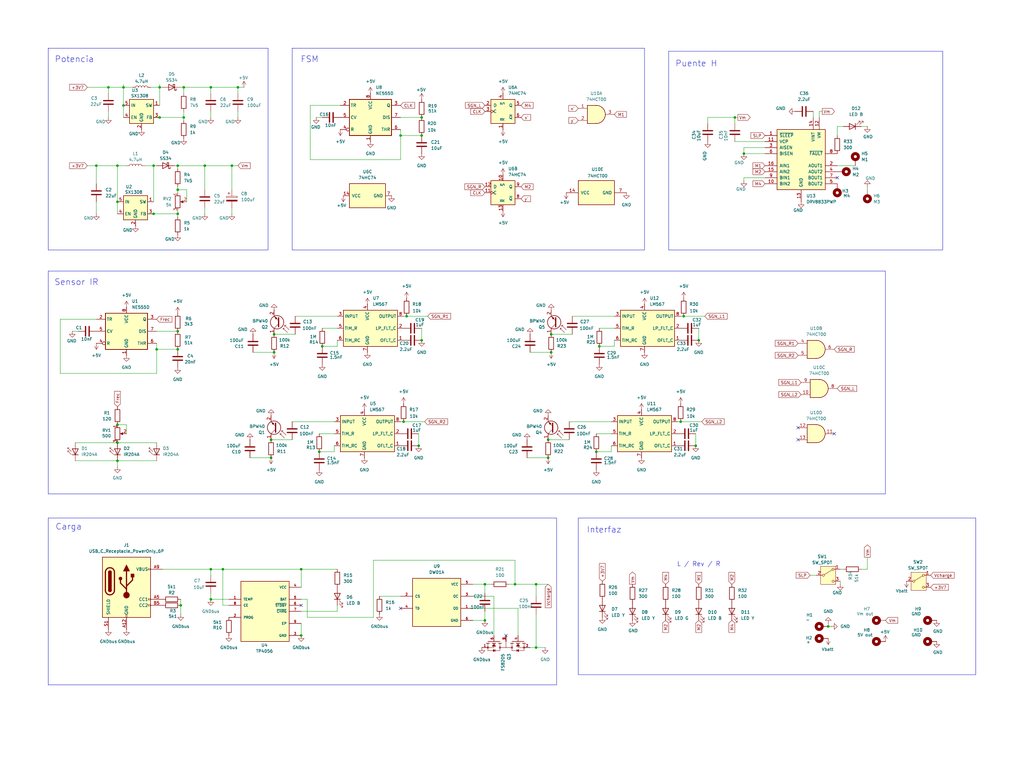
<source format=kicad_sch>
(kicad_sch (version 20231120) (generator "eeschema") (generator_version "8.0")
  (paper "User" 431.8 330.2)
  (title_block (title "Tuerto") (date "2024-06-23") (rev "V2"))
  (lib_symbols
    (symbol "74HCT00_1" (pin_names (offset 1.016))
      (property "Reference" "U3" (at -0.0083 8.89 0))
      (property "Value" "74HCT00" (at -0.0083 6.35 0))
      (symbol "74HCT00_1_1_1"
        (pin input line (at -7.62 2.54 0) (length 3.81) (name "~") (number "1"))
        (pin input line (at -7.62 -2.54 0) (length 3.81) (name "~") (number "2"))
        (pin output line (at 7.62 0 180) (length 3.81) (name "~") (number "3"))
      )
      (symbol "74HCT00_1_1_2"
        (pin input inverted (at -7.62 2.54 0) (length 4.318) (name "~") (number "1"))
        (pin input inverted (at -7.62 -2.54 0) (length 4.318) (name "~") (number "2"))
        (pin output line (at 7.62 0 180) (length 3.81) (name "~") (number "3"))
      )
      (symbol "74HCT00_1_2_1"
        (pin input line (at -7.62 2.54 0) (length 3.81) (name "~") (number "4"))
        (pin input line (at -7.62 -2.54 0) (length 3.81) (name "~") (number "5"))
        (pin output line (at 7.62 0 180) (length 3.81) (name "~") (number "6"))
      )
      (symbol "74HCT00_1_2_2"
        (pin input inverted (at -7.62 2.54 0) (length 4.318) (name "~") (number "4"))
        (pin input inverted (at -7.62 -2.54 0) (length 4.318) (name "~") (number "5"))
        (pin output line (at 7.62 0 180) (length 3.81) (name "~") (number "6"))
      )
      (symbol "74HCT00_1_3_1"
        (pin input line (at -7.62 -2.54 0) (length 3.81) (name "~") (number "10"))
        (pin output line (at 7.62 0 180) (length 3.81) (name "~") (number "8"))
        (pin input line (at -7.62 2.54 0) (length 3.81) (name "~") (number "9"))
      )
      (symbol "74HCT00_1_3_2"
        (pin input inverted (at -7.62 -2.54 0) (length 4.318) (name "~") (number "10"))
        (pin output line (at 7.62 0 180) (length 3.81) (name "~") (number "8"))
        (pin input inverted (at -7.62 2.54 0) (length 4.318) (name "~") (number "9"))
      )
      (symbol "74HCT00_1_4_1"
        (pin output line (at 7.62 0 180) (length 3.81) (name "~") (number "11"))
        (pin input line (at -7.62 2.54 0) (length 3.81) (name "~") (number "12"))
        (pin input line (at -7.62 -2.54 0) (length 3.81) (name "~") (number "13"))
      )
      (symbol "74HCT00_1_4_2"
        (pin output line (at 7.62 0 180) (length 3.81) (name "~") (number "11"))
        (pin input inverted (at -7.62 2.54 0) (length 4.318) (name "~") (number "12"))
        (pin input inverted (at -7.62 -2.54 0) (length 4.318) (name "~") (number "13"))
      )
      (symbol "74HCT00_1_5_0"
        (pin power_in line (at 0 12.7 270) (length 5.08) (name "VCC") (number "14"))
        (pin power_in line (at 0 -12.7 90) (length 5.08) (name "GND") (number "7"))
      )
    )
    (symbol "74HCT00_2" (pin_names (offset 1.016))
      (property "Reference" "U3" (at -0.0083 8.89 0))
      (property "Value" "74HCT00" (at -0.0083 6.35 0))
      (symbol "74HCT00_2_1_1"
        (pin input line (at -7.62 2.54 0) (length 3.81) (name "~") (number "1"))
        (pin input line (at -7.62 -2.54 0) (length 3.81) (name "~") (number "2"))
        (pin output line (at 7.62 0 180) (length 3.81) (name "~") (number "3"))
      )
      (symbol "74HCT00_2_1_2"
        (pin input inverted (at -7.62 2.54 0) (length 4.318) (name "~") (number "1"))
        (pin input inverted (at -7.62 -2.54 0) (length 4.318) (name "~") (number "2"))
        (pin output line (at 7.62 0 180) (length 3.81) (name "~") (number "3"))
      )
      (symbol "74HCT00_2_2_1"
        (pin input line (at -7.62 2.54 0) (length 3.81) (name "~") (number "4"))
        (pin input line (at -7.62 -2.54 0) (length 3.81) (name "~") (number "5"))
        (pin output line (at 7.62 0 180) (length 3.81) (name "~") (number "6"))
      )
      (symbol "74HCT00_2_2_2"
        (pin input inverted (at -7.62 2.54 0) (length 4.318) (name "~") (number "4"))
        (pin input inverted (at -7.62 -2.54 0) (length 4.318) (name "~") (number "5"))
        (pin output line (at 7.62 0 180) (length 3.81) (name "~") (number "6"))
      )
      (symbol "74HCT00_2_3_1"
        (pin input line (at -7.62 -2.54 0) (length 3.81) (name "~") (number "10"))
        (pin output line (at 7.62 0 180) (length 3.81) (name "~") (number "8"))
        (pin input line (at -7.62 2.54 0) (length 3.81) (name "~") (number "9"))
      )
      (symbol "74HCT00_2_3_2"
        (pin input inverted (at -7.62 -2.54 0) (length 4.318) (name "~") (number "10"))
        (pin output line (at 7.62 0 180) (length 3.81) (name "~") (number "8"))
        (pin input inverted (at -7.62 2.54 0) (length 4.318) (name "~") (number "9"))
      )
      (symbol "74HCT00_2_4_1"
        (pin output line (at 7.62 0 180) (length 3.81) (name "~") (number "11"))
        (pin input line (at -7.62 2.54 0) (length 3.81) (name "~") (number "12"))
        (pin input line (at -7.62 -2.54 0) (length 3.81) (name "~") (number "13"))
      )
      (symbol "74HCT00_2_4_2"
        (pin output line (at 7.62 0 180) (length 3.81) (name "~") (number "11"))
        (pin input inverted (at -7.62 2.54 0) (length 4.318) (name "~") (number "12"))
        (pin input inverted (at -7.62 -2.54 0) (length 4.318) (name "~") (number "13"))
      )
      (symbol "74HCT00_2_5_0"
        (pin power_in line (at 0 12.7 270) (length 5.08) (name "VCC") (number "14"))
        (pin power_in line (at 0 -12.7 90) (length 5.08) (name "GND") (number "7"))
      )
    )
    (symbol "74HCT00_3" (pin_names (offset 1.016))
      (property "Reference" "U3" (at -0.0083 8.89 0))
      (property "Value" "74HCT00" (at -0.0083 6.35 0))
      (symbol "74HCT00_3_1_1"
        (pin input line (at -7.62 2.54 0) (length 3.81) (name "~") (number "1"))
        (pin input line (at -7.62 -2.54 0) (length 3.81) (name "~") (number "2"))
        (pin output line (at 7.62 0 180) (length 3.81) (name "~") (number "3"))
      )
      (symbol "74HCT00_3_1_2"
        (pin input inverted (at -7.62 2.54 0) (length 4.318) (name "~") (number "1"))
        (pin input inverted (at -7.62 -2.54 0) (length 4.318) (name "~") (number "2"))
        (pin output line (at 7.62 0 180) (length 3.81) (name "~") (number "3"))
      )
      (symbol "74HCT00_3_2_1"
        (pin input line (at -7.62 2.54 0) (length 3.81) (name "~") (number "4"))
        (pin input line (at -7.62 -2.54 0) (length 3.81) (name "~") (number "5"))
        (pin output line (at 7.62 0 180) (length 3.81) (name "~") (number "6"))
      )
      (symbol "74HCT00_3_2_2"
        (pin input inverted (at -7.62 2.54 0) (length 4.318) (name "~") (number "4"))
        (pin input inverted (at -7.62 -2.54 0) (length 4.318) (name "~") (number "5"))
        (pin output line (at 7.62 0 180) (length 3.81) (name "~") (number "6"))
      )
      (symbol "74HCT00_3_3_1"
        (pin input line (at -7.62 -2.54 0) (length 3.81) (name "~") (number "10"))
        (pin output line (at 7.62 0 180) (length 3.81) (name "~") (number "8"))
        (pin input line (at -7.62 2.54 0) (length 3.81) (name "~") (number "9"))
      )
      (symbol "74HCT00_3_3_2"
        (pin input inverted (at -7.62 -2.54 0) (length 4.318) (name "~") (number "10"))
        (pin output line (at 7.62 0 180) (length 3.81) (name "~") (number "8"))
        (pin input inverted (at -7.62 2.54 0) (length 4.318) (name "~") (number "9"))
      )
      (symbol "74HCT00_3_4_1"
        (pin output line (at 7.62 0 180) (length 3.81) (name "~") (number "11"))
        (pin input line (at -7.62 2.54 0) (length 3.81) (name "~") (number "12"))
        (pin input line (at -7.62 -2.54 0) (length 3.81) (name "~") (number "13"))
      )
      (symbol "74HCT00_3_4_2"
        (pin output line (at 7.62 0 180) (length 3.81) (name "~") (number "11"))
        (pin input inverted (at -7.62 2.54 0) (length 4.318) (name "~") (number "12"))
        (pin input inverted (at -7.62 -2.54 0) (length 4.318) (name "~") (number "13"))
      )
      (symbol "74HCT00_3_5_0"
        (pin power_in line (at 0 12.7 270) (length 5.08) (name "VCC") (number "14"))
        (pin power_in line (at 0 -12.7 90) (length 5.08) (name "GND") (number "7"))
      )
    )
    (symbol "74HCT00_4" (pin_names (offset 1.016))
      (property "Reference" "U3" (at -0.0083 8.89 0))
      (property "Value" "74HCT00" (at -0.0083 6.35 0))
      (symbol "74HCT00_4_1_1"
        (pin input line (at -7.62 2.54 0) (length 3.81) (name "~") (number "1"))
        (pin input line (at -7.62 -2.54 0) (length 3.81) (name "~") (number "2"))
        (pin output line (at 7.62 0 180) (length 3.81) (name "~") (number "3"))
      )
      (symbol "74HCT00_4_1_2"
        (pin input inverted (at -7.62 2.54 0) (length 4.318) (name "~") (number "1"))
        (pin input inverted (at -7.62 -2.54 0) (length 4.318) (name "~") (number "2"))
        (pin output line (at 7.62 0 180) (length 3.81) (name "~") (number "3"))
      )
      (symbol "74HCT00_4_2_1"
        (pin input line (at -7.62 2.54 0) (length 3.81) (name "~") (number "4"))
        (pin input line (at -7.62 -2.54 0) (length 3.81) (name "~") (number "5"))
        (pin output line (at 7.62 0 180) (length 3.81) (name "~") (number "6"))
      )
      (symbol "74HCT00_4_2_2"
        (pin input inverted (at -7.62 2.54 0) (length 4.318) (name "~") (number "4"))
        (pin input inverted (at -7.62 -2.54 0) (length 4.318) (name "~") (number "5"))
        (pin output line (at 7.62 0 180) (length 3.81) (name "~") (number "6"))
      )
      (symbol "74HCT00_4_3_1"
        (pin input line (at -7.62 -2.54 0) (length 3.81) (name "~") (number "10"))
        (pin output line (at 7.62 0 180) (length 3.81) (name "~") (number "8"))
        (pin input line (at -7.62 2.54 0) (length 3.81) (name "~") (number "9"))
      )
      (symbol "74HCT00_4_3_2"
        (pin input inverted (at -7.62 -2.54 0) (length 4.318) (name "~") (number "10"))
        (pin output line (at 7.62 0 180) (length 3.81) (name "~") (number "8"))
        (pin input inverted (at -7.62 2.54 0) (length 4.318) (name "~") (number "9"))
      )
      (symbol "74HCT00_4_4_1"
        (pin output line (at 7.62 0 180) (length 3.81) (name "~") (number "11"))
        (pin input line (at -7.62 2.54 0) (length 3.81) (name "~") (number "12"))
        (pin input line (at -7.62 -2.54 0) (length 3.81) (name "~") (number "13"))
      )
      (symbol "74HCT00_4_4_2"
        (pin output line (at 7.62 0 180) (length 3.81) (name "~") (number "11"))
        (pin input inverted (at -7.62 2.54 0) (length 4.318) (name "~") (number "12"))
        (pin input inverted (at -7.62 -2.54 0) (length 4.318) (name "~") (number "13"))
      )
      (symbol "74HCT00_4_5_0"
        (pin power_in line (at 0 12.7 270) (length 5.08) (name "VCC") (number "14"))
        (pin power_in line (at 0 -12.7 90) (length 5.08) (name "GND") (number "7"))
      )
    )
    (symbol "74xx:74HC74" (pin_names (offset 1.016))
      (property "Reference" "U" (at -7.62 8.89 0))
      (property "Value" "74HC74" (at -7.62 -8.89 0))
      (symbol "74HC74_1_0"
        (pin input line (at 0 -7.62 90) (length 2.54) (name "~{R}") (number "1"))
        (pin input line (at -7.62 2.54 0) (length 2.54) (name "D") (number "2"))
        (pin input clock (at -7.62 0 0) (length 2.54) (name "C") (number "3"))
        (pin input line (at 0 7.62 270) (length 2.54) (name "~{S}") (number "4"))
        (pin output line (at 7.62 2.54 180) (length 2.54) (name "Q") (number "5"))
        (pin output line (at 7.62 -2.54 180) (length 2.54) (name "~{Q}") (number "6"))
      )
      (symbol "74HC74_2_0"
        (pin input line (at 0 7.62 270) (length 2.54) (name "~{S}") (number "10"))
        (pin input clock (at -7.62 0 0) (length 2.54) (name "C") (number "11"))
        (pin input line (at -7.62 2.54 0) (length 2.54) (name "D") (number "12"))
        (pin input line (at 0 -7.62 90) (length 2.54) (name "~{R}") (number "13"))
        (pin output line (at 7.62 -2.54 180) (length 2.54) (name "~{Q}") (number "8"))
        (pin output line (at 7.62 2.54 180) (length 2.54) (name "Q") (number "9"))
      )
      (symbol "74HC74_3_0"
        (pin power_in line (at 0 10.16 270) (length 2.54) (name "VCC") (number "14"))
        (pin power_in line (at 0 -10.16 90) (length 2.54) (name "GND") (number "7"))
      )
    )
    (symbol "74xx:74HCT00" (pin_names (offset 1.016))
      (property "Reference" "U3" (at -0.0083 8.89 0))
      (property "Value" "74HCT00" (at -0.0083 6.35 0))
      (symbol "74HCT00_1_1"
        (pin input line (at -7.62 2.54 0) (length 3.81) (name "~") (number "1"))
        (pin input line (at -7.62 -2.54 0) (length 3.81) (name "~") (number "2"))
        (pin output line (at 7.62 0 180) (length 3.81) (name "~") (number "3"))
      )
      (symbol "74HCT00_1_2"
        (pin input inverted (at -7.62 2.54 0) (length 4.318) (name "~") (number "1"))
        (pin input inverted (at -7.62 -2.54 0) (length 4.318) (name "~") (number "2"))
        (pin output line (at 7.62 0 180) (length 3.81) (name "~") (number "3"))
      )
      (symbol "74HCT00_2_1"
        (pin input line (at -7.62 2.54 0) (length 3.81) (name "~") (number "4"))
        (pin input line (at -7.62 -2.54 0) (length 3.81) (name "~") (number "5"))
        (pin output line (at 7.62 0 180) (length 3.81) (name "~") (number "6"))
      )
      (symbol "74HCT00_2_2"
        (pin input inverted (at -7.62 2.54 0) (length 4.318) (name "~") (number "4"))
        (pin input inverted (at -7.62 -2.54 0) (length 4.318) (name "~") (number "5"))
        (pin output line (at 7.62 0 180) (length 3.81) (name "~") (number "6"))
      )
      (symbol "74HCT00_3_1"
        (pin input line (at -7.62 -2.54 0) (length 3.81) (name "~") (number "10"))
        (pin output line (at 7.62 0 180) (length 3.81) (name "~") (number "8"))
        (pin input line (at -7.62 2.54 0) (length 3.81) (name "~") (number "9"))
      )
      (symbol "74HCT00_3_2"
        (pin input inverted (at -7.62 -2.54 0) (length 4.318) (name "~") (number "10"))
        (pin output line (at 7.62 0 180) (length 3.81) (name "~") (number "8"))
        (pin input inverted (at -7.62 2.54 0) (length 4.318) (name "~") (number "9"))
      )
      (symbol "74HCT00_4_1"
        (pin output line (at 7.62 0 180) (length 3.81) (name "~") (number "11"))
        (pin input line (at -7.62 2.54 0) (length 3.81) (name "~") (number "12"))
        (pin input line (at -7.62 -2.54 0) (length 3.81) (name "~") (number "13"))
      )
      (symbol "74HCT00_4_2"
        (pin output line (at 7.62 0 180) (length 3.81) (name "~") (number "11"))
        (pin input inverted (at -7.62 2.54 0) (length 4.318) (name "~") (number "12"))
        (pin input inverted (at -7.62 -2.54 0) (length 4.318) (name "~") (number "13"))
      )
      (symbol "74HCT00_5_0"
        (pin power_in line (at 0 12.7 270) (length 5.08) (name "VCC") (number "14"))
        (pin power_in line (at 0 -12.7 90) (length 5.08) (name "GND") (number "7"))
      )
    )
    (symbol "Connector:USB_C_Receptacle_PowerOnly_6P" (pin_names (offset 1.016))
      (property "Reference" "J" (at 0 16.51 0))
      (property "Value" "USB_C_Receptacle_PowerOnly_6P" (at 0 13.97 0))
      (symbol "USB_C_Receptacle_PowerOnly_6P_1_1"
        (pin passive line (at 0 -17.78 90) (length 5.08) (name "GND") (number "A12"))
        (pin bidirectional line (at 15.24 -5.08 180) (length 5.08) (name "CC1") (number "A5"))
        (pin passive line (at 15.24 7.62 180) (length 5.08) (name "VBUS") (number "A9"))
        (pin passive line (at 0 -17.78 90) (length 5.08) hide (name "GND") (number "B12"))
        (pin bidirectional line (at 15.24 -7.62 180) (length 5.08) (name "CC2") (number "B5"))
        (pin passive line (at 15.24 7.62 180) (length 5.08) hide (name "VBUS") (number "B9"))
        (pin passive line (at -7.62 -17.78 90) (length 5.08) (name "SHIELD") (number "S1"))
      )
    )
    (symbol "DW01A:DW01A" (pin_names (offset 1.016))
      (property "Reference" "U" (at -10.16 11.43 0))
      (property "Value" "DW01A" (at -10.16 -12.7 0))
      (symbol "DW01A_0_0"
        (pin output line (at 15.24 -2.54 180) (length 5.08) (name "OD") (number "1"))
        (pin input line (at -15.24 2.54 0) (length 5.08) (name "CS") (number "2"))
        (pin output line (at 15.24 2.54 180) (length 5.08) (name "OC") (number "3"))
        (pin passive line (at -15.24 -2.54 0) (length 5.08) (name "TD") (number "4"))
        (pin power_in line (at 15.24 7.62 180) (length 5.08) (name "VCC") (number "5"))
        (pin power_in line (at 15.24 -7.62 180) (length 5.08) (name "GND") (number "6"))
      )
    )
    (symbol "Device:C" (pin_numbers hide) (pin_names (offset 0.254))
      (property "Reference" "C" (at 0.635 2.54 0))
      (property "Value" "C" (at 0.635 -2.54 0))
      (symbol "C_1_1"
        (pin passive line (at 0 3.81 270) (length 2.794) (name "~") (number "1"))
        (pin passive line (at 0 -3.81 90) (length 2.794) (name "~") (number "2"))
      )
    )
    (symbol "Device:C_Polarized" (pin_numbers hide) (pin_names (offset 0.254))
      (property "Reference" "C" (at 0.635 2.54 0))
      (property "Value" "C_Polarized" (at 0.635 -2.54 0))
      (symbol "C_Polarized_1_1"
        (pin passive line (at 0 3.81 270) (length 2.794) (name "~") (number "1"))
        (pin passive line (at 0 -3.81 90) (length 2.794) (name "~") (number "2"))
      )
    )
    (symbol "Device:L" (pin_numbers hide) (pin_names (offset 1.016) hide)
      (property "Reference" "L" (at -1.27 0 90))
      (property "Value" "L" (at 1.905 0 90))
      (symbol "L_1_1"
        (pin passive line (at 0 3.81 270) (length 1.27) (name "1") (number "1"))
        (pin passive line (at 0 -3.81 90) (length 1.27) (name "2") (number "2"))
      )
    )
    (symbol "Device:LED" (pin_numbers hide) (pin_names (offset 1.016) hide)
      (property "Reference" "D" (at 0 2.54 0))
      (property "Value" "LED" (at 0 -2.54 0))
      (symbol "LED_1_1"
        (pin passive line (at -3.81 0 0) (length 2.54) (name "K") (number "1"))
        (pin passive line (at 3.81 0 180) (length 2.54) (name "A") (number "2"))
      )
    )
    (symbol "Device:R" (pin_numbers hide) (pin_names (offset 0))
      (property "Reference" "R" (at 2.032 0 90))
      (property "Value" "R" (at 0 0 90))
      (symbol "R_1_1"
        (pin passive line (at 0 3.81 270) (length 1.27) (name "~") (number "1"))
        (pin passive line (at 0 -3.81 90) (length 1.27) (name "~") (number "2"))
      )
    )
    (symbol "Device:R_Potentiometer" (pin_names (offset 1.016) hide)
      (property "Reference" "RV" (at -4.445 0 90))
      (property "Value" "R_Potentiometer" (at -2.54 0 90))
      (symbol "R_Potentiometer_1_1"
        (pin passive line (at 0 3.81 270) (length 1.27) (name "1") (number "1"))
        (pin passive line (at 3.81 0 180) (length 1.27) (name "2") (number "2"))
        (pin passive line (at 0 -3.81 90) (length 1.27) (name "3") (number "3"))
      )
    )
    (symbol "Diode:SS24" (pin_numbers hide) (pin_names (offset 1.016) hide)
      (property "Reference" "D" (at 0 2.54 0))
      (property "Value" "SS24" (at 0 -2.54 0))
      (symbol "SS24_1_1"
        (pin passive line (at -3.81 0 0) (length 2.54) (name "K") (number "1"))
        (pin passive line (at 3.81 0 180) (length 2.54) (name "A") (number "2"))
      )
    )
    (symbol "Driver_Motor:DRV8833PWP" (pin_names (offset 1.016))
      (property "Reference" "U" (at -3.81 16.51 0))
      (property "Value" "DRV8833PWP" (at -3.81 13.97 0))
      (symbol "DRV8833PWP_1_1"
        (pin input line (at -15.24 10.16 0) (length 5.08) (name "~{SLEEP}") (number "1"))
        (pin input line (at -15.24 -10.16 0) (length 5.08) (name "BIN2") (number "10"))
        (pin bidirectional line (at -15.24 7.62 0) (length 5.08) (name "VCP") (number "11"))
        (pin power_in line (at 7.62 17.78 270) (length 5.08) (name "VM") (number "12"))
        (pin power_in line (at 0 -17.78 90) (length 5.08) (name "GND") (number "13"))
        (pin power_in line (at 5.08 17.78 270) (length 5.08) (name "VINT") (number "14"))
        (pin input line (at -15.24 -5.08 0) (length 5.08) (name "AIN2") (number "15"))
        (pin input line (at -15.24 -2.54 0) (length 5.08) (name "AIN1") (number "16"))
        (pin passive line (at 0 -17.78 90) (length 5.08) hide (name "GND") (number "17"))
        (pin power_out line (at 15.24 -2.54 180) (length 5.08) (name "AOUT1") (number "2"))
        (pin bidirectional line (at -15.24 5.08 0) (length 5.08) (name "AISEN") (number "3"))
        (pin power_out line (at 15.24 -5.08 180) (length 5.08) (name "AOUT2") (number "4"))
        (pin power_out line (at 15.24 -10.16 180) (length 5.08) (name "BOUT2") (number "5"))
        (pin bidirectional line (at -15.24 2.54 0) (length 5.08) (name "BISEN") (number "6"))
        (pin power_out line (at 15.24 -7.62 180) (length 5.08) (name "BOUT1") (number "7"))
        (pin open_collector line (at 15.24 2.54 180) (length 5.08) (name "~{FAULT}") (number "8"))
        (pin input line (at -15.24 -7.62 0) (length 5.08) (name "BIN1") (number "9"))
      )
    )
    (symbol "FS8205:FS8205" (pin_names (offset 1.016))
      (property "Reference" "Q" (at 2.54 2.286 0))
      (property "Value" "FS8205" (at 2.54 -2.032 0))
      (symbol "FS8205_0_0"
        (pin passive line (at 0 -10.16 90) (length 2.54) (name "~") (number "1"))
        (pin passive line (at -5.08 0 0) (length 2.54) (name "~") (number "2"))
        (pin passive line (at 0 10.16 270) (length 2.54) (name "~") (number "3"))
        (pin passive line (at -5.08 5.08 0) (length 2.54) (name "~") (number "4"))
        (pin passive line (at -5.08 0 0) (length 2.54) (name "~") (number "5"))
        (pin passive line (at -5.08 -5.08 0) (length 2.54) (name "~") (number "6"))
      )
    )
    (symbol "LED:IR204A" (pin_numbers hide) (pin_names (offset 1.016) hide)
      (property "Reference" "D" (at 0.508 1.778 0))
      (property "Value" "IR204A" (at -1.016 -2.794 0))
      (symbol "IR204A_1_1"
        (pin passive line (at -5.08 0 0) (length 2.54) (name "K") (number "1"))
        (pin passive line (at 2.54 0 180) (length 2.54) (name "A") (number "2"))
      )
    )
    (symbol "Mechanical:MountingHole_Pad" (pin_numbers hide) (pin_names (offset 1.016) hide) (exclude_from_sim yes) (in_bom no)
      (property "Reference" "H" (at 0 6.35 0))
      (property "Value" "MountingHole_Pad" (at 0 4.445 0))
      (symbol "MountingHole_Pad_1_1"
        (pin input line (at 0 -2.54 90) (length 2.54) (name "1") (number "1"))
      )
    )
    (symbol "Regulator_Switching:MT3608"
      (property "Reference" "U" (at -2.54 8.89 0))
      (property "Value" "MT3608" (at -3.81 6.35 0))
      (symbol "MT3608_1_1"
        (pin passive line (at 7.62 2.54 180) (length 2.54) (name "SW") (number "1"))
        (pin power_in line (at 0 -7.62 90) (length 2.54) (name "GND") (number "2"))
        (pin input line (at 7.62 -2.54 180) (length 2.54) (name "FB") (number "3"))
        (pin input line (at -7.62 -2.54 0) (length 2.54) (name "EN") (number "4"))
        (pin power_in line (at -7.62 2.54 0) (length 2.54) (name "IN") (number "5"))
        (pin no_connect line (at 5.08 0 180) (length 2.54) hide (name "NC") (number "6"))
      )
    )
    (symbol "Sensor_Optical:BPW40" (pin_names (offset 0) hide)
      (property "Reference" "Q" (at 5.08 1.27 0))
      (property "Value" "BPW40" (at 5.08 -1.27 0))
      (symbol "BPW40_1_1"
        (pin passive line (at 2.54 5.08 270) (length 2.54) (name "C") (number "1"))
        (pin passive line (at 2.54 -5.08 90) (length 2.54) (name "E") (number "2"))
      )
    )
    (symbol "Switch:SW_SPDT" (pin_names (offset 0) hide)
      (property "Reference" "SW" (at 0 5.08 0))
      (property "Value" "SW_SPDT" (at 0 -5.08 0))
      (symbol "SW_SPDT_1_1"
        (pin passive line (at 5.08 2.54 180) (length 2.54) (name "A") (number "1"))
        (pin passive line (at -5.08 0 0) (length 2.54) (name "B") (number "2"))
        (pin passive line (at 5.08 -2.54 180) (length 2.54) (name "C") (number "3"))
      )
    )
    (symbol "TP4056:TP4056" (pin_names (offset 1.016))
      (property "Reference" "U" (at -10.16 13.208 0))
      (property "Value" "TP4056" (at -10.16 -15.24 0))
      (symbol "TP4056_0_0"
        (pin input line (at -15.24 5.08 0) (length 5.08) (name "TEMP") (number "1"))
        (pin bidirectional line (at -15.24 -2.54 0) (length 5.08) (name "PROG") (number "2"))
        (pin power_in line (at 15.24 -10.16 180) (length 5.08) (name "GND") (number "3"))
        (pin power_in line (at 15.24 10.16 180) (length 5.08) (name "VCC") (number "4"))
        (pin output line (at 15.24 5.08 180) (length 5.08) (name "BAT") (number "5"))
        (pin output line (at 15.24 2.54 180) (length 5.08) (name "~{STDBY}") (number "6"))
        (pin output line (at 15.24 0 180) (length 5.08) (name "~{CHRG}") (number "7"))
        (pin input line (at -15.24 2.54 0) (length 5.08) (name "CE") (number "8"))
        (pin passive line (at 15.24 -5.08 180) (length 5.08) (name "EP") (number "9"))
      )
    )
    (symbol "Timer:NE555D"
      (property "Reference" "U" (at -10.16 8.89 0))
      (property "Value" "NE555D" (at 2.54 8.89 0))
      (symbol "NE555D_0_0"
        (pin power_in line (at 0 -10.16 90) (length 2.54) (name "GND") (number "1"))
        (pin power_in line (at 0 10.16 270) (length 2.54) (name "VCC") (number "8"))
      )
      (symbol "NE555D_1_1"
        (pin input line (at -12.7 5.08 0) (length 3.81) (name "TR") (number "2"))
        (pin output line (at 12.7 5.08 180) (length 3.81) (name "Q") (number "3"))
        (pin input inverted (at -12.7 -5.08 0) (length 3.81) (name "R") (number "4"))
        (pin input line (at -12.7 0 0) (length 3.81) (name "CV") (number "5"))
        (pin input line (at 12.7 -5.08 180) (length 3.81) (name "THR") (number "6"))
        (pin input line (at 12.7 0 180) (length 3.81) (name "DIS") (number "7"))
      )
    )
    (symbol "Timer:NE567"
      (property "Reference" "U" (at -2.54 10.795 0))
      (property "Value" "NE567" (at -2.54 8.89 0))
      (symbol "NE567_1_1"
        (pin output line (at 15.24 -5.08 180) (length 2.54) (name "OFLT_C") (number "1"))
        (pin output line (at 15.24 0 180) (length 2.54) (name "LP_FLT_C") (number "2"))
        (pin input line (at -12.7 5.08 0) (length 2.54) (name "INPUT") (number "3"))
        (pin power_in line (at 0 10.16 270) (length 2.54) (name "VCC") (number "4"))
        (pin input line (at -12.7 0 0) (length 2.54) (name "TIM_R") (number "5"))
        (pin input line (at -12.7 -5.08 0) (length 2.54) (name "TIM_RC") (number "6"))
        (pin power_in line (at 0 -10.16 90) (length 2.54) (name "GND") (number "7"))
        (pin output line (at 15.24 5.08 180) (length 2.54) (name "OUTPUT") (number "8"))
      )
    )
    (symbol "power:+5V" (power) (pin_numbers hide) (pin_names (offset 0) hide)
      (property "Value" "+5V" (at 0 3.556 0))
      (symbol "+5V_1_1"
        (pin power_in line (at 0 0 90) (length 0) (name "~") (number "1"))
      )
    )
    (symbol "power:GND" (power) (pin_numbers hide) (pin_names (offset 0) hide)
      (property "Value" "GND" (at 0 -3.81 0))
      (symbol "GND_1_1"
        (pin power_in line (at 0 0 270) (length 0) (name "~") (number "1"))
      )
    )
  )
  (junction (at 313.69 64.77))
  (junction (at 171.45 133.35))
  (junction (at 252.73 146.05))
  (junction (at 49.53 85.09))
  (junction (at 88.9 252.73))
  (junction (at 74.93 139.7))
  (junction (at 67.31 36.83))
  (junction (at 74.93 147.32))
  (junction (at 170.18 177.8))
  (junction (at 293.37 187.96))
  (junction (at 114.3 185.42))
  (junction (at 134.62 190.5))
  (junction (at 74.93 90.17))
  (junction (at 231.14 193.04))
  (junction (at 49.53 179.07))
  (junction (at 86.36 69.85))
  (junction (at 176.53 187.96))
  (junction (at 135.89 146.05))
  (junction (at 77.47 36.83))
  (junction (at 74.93 69.85))
  (junction (at 226.06 273.05))
  (junction (at 100.33 36.83))
  (junction (at 177.8 49.53))
  (junction (at 177.8 143.51))
  (junction (at 115.57 140.97))
  (junction (at 67.31 49.53))
  (junction (at 77.47 49.53))
  (junction (at 231.14 185.42))
  (junction (at 204.47 261.62))
  (junction (at 97.79 69.85))
  (junction (at 52.07 44.45))
  (junction (at 232.41 140.97))
  (junction (at 45.72 36.83))
  (junction (at 64.77 90.17))
  (junction (at 251.46 190.5))
  (junction (at 114.3 193.04))
  (junction (at 76.2 255.27))
  (junction (at 49.53 194.31))
  (junction (at 127 267.97))
  (junction (at 93.98 240.03))
  (junction (at 74.93 80.01))
  (junction (at 127 240.03))
  (junction (at 217.17 246.38))
  (junction (at 49.53 186.69))
  (junction (at 177.8 57.15))
  (junction (at 309.88 49.53))
  (junction (at 88.9 36.83))
  (junction (at 64.77 69.85))
  (junction (at 168.91 57.15))
  (junction (at 66.04 147.32))
  (junction (at 226.06 246.38))
  (junction (at 204.47 246.38))
  (junction (at 49.53 69.85))
  (junction (at 40.64 69.85))
  (junction (at 115.57 148.59))
  (junction (at 349.25 264.16))
  (junction (at 52.07 36.83))
  (junction (at 288.29 133.35))
  (junction (at 88.9 240.03))
  (junction (at 287.02 177.8))
  (junction (at 294.64 143.51))
  (junction (at 232.41 148.59))
  (no_connect (at 213.36 267.97))
  (no_connect (at 336.55 180.34))
  (no_connect (at 351.79 182.88))
  (no_connect (at 127 255.27))
  (no_connect (at 336.55 185.42))
  (no_connect (at 353.06 74.93))
  (no_connect (at 168.91 256.54))
  (wire (pts (xy 74.93 90.17) (xy 74.93 91.44)))
  (wire (pts (xy 214.63 246.38) (xy 217.17 246.38)))
  (wire (pts (xy 97.79 69.85) (xy 100.33 69.85)))
  (wire (pts (xy 100.33 36.83) (xy 102.87 36.83)))
  (wire (pts (xy 232.41 148.59) (xy 223.52 148.59)))
  (wire (pts (xy 168.91 57.15) (xy 168.91 67.31)))
  (wire (pts (xy 88.9 240.03) (xy 88.9 242.57)))
  (wire (pts (xy 49.53 69.85) (xy 53.34 69.85)))
  (wire (pts (xy 287.02 133.35) (xy 288.29 133.35)))
  (wire (pts (xy 240.03 177.8) (xy 257.81 177.8)))
  (wire (pts (xy 313.69 76.2) (xy 313.69 74.93)))
  (wire (pts (xy 74.93 78.74) (xy 74.93 80.01)))
  (wire (pts (xy 226.06 273.05) (xy 223.52 273.05)))
  (wire (pts (xy 100.33 46.99) (xy 100.33 49.53)))
  (wire (pts (xy 204.47 257.81) (xy 204.47 261.62)))
  (wire (pts (xy 123.19 177.8) (xy 140.97 177.8)))
  (wire (pts (xy 88.9 252.73) (xy 96.52 252.73)))
  (wire (pts (xy 93.98 255.27) (xy 93.98 240.03)))
  (wire (pts (xy 67.31 36.83) (xy 68.58 36.83)))
  (wire (pts (xy 127 252.73) (xy 129.54 252.73)))
  (wire (pts (xy 349.25 262.89) (xy 349.25 264.16)))
  (wire (pts (xy 355.6 53.34) (xy 353.06 53.34)))
  (wire (pts (xy 49.53 194.31) (xy 31.75 194.31)))
  (wire (pts (xy 76.2 255.27) (xy 76.2 259.08)))
  (wire (pts (xy 257.81 187.96) (xy 257.81 190.5)))
  (wire (pts (xy 168.91 57.15) (xy 177.8 57.15)))
  (wire (pts (xy 130.81 67.31) (xy 168.91 67.31)))
  (wire (pts (xy 130.81 44.45) (xy 143.51 44.45)))
  (wire (pts (xy 354.33 246.38) (xy 354.33 245.11)))
  (wire (pts (xy 129.54 260.35) (xy 157.48 260.35)))
  (wire (pts (xy 226.06 259.08) (xy 226.06 273.05)))
  (wire (pts (xy 40.64 69.85) (xy 40.64 77.47)))
  (wire (pts (xy 285.75 177.8) (xy 287.02 177.8)))
  (wire (pts (xy 124.46 140.97) (xy 115.57 140.97)))
  (wire (pts (xy 168.91 54.61) (xy 168.91 57.15)))
  (wire (pts (xy 49.53 69.85) (xy 49.53 85.09)))
  (wire (pts (xy 45.72 46.99) (xy 45.72 49.53)))
  (wire (pts (xy 88.9 39.37) (xy 88.9 36.83)))
  (wire (pts (xy 168.91 49.53) (xy 177.8 49.53)))
  (wire (pts (xy 36.83 69.85) (xy 40.64 69.85)))
  (wire (pts (xy 226.06 246.38) (xy 226.06 251.46)))
  (wire (pts (xy 231.14 193.04) (xy 222.25 193.04)))
  (wire (pts (xy 349.25 264.16) (xy 350.52 264.16)))
  (wire (pts (xy 342.9 46.99) (xy 342.9 49.53)))
  (wire (pts (xy 157.48 260.35) (xy 157.48 236.22)))
  (wire (pts (xy 157.48 236.22) (xy 217.17 236.22)))
  (wire (pts (xy 66.04 186.69) (xy 49.53 186.69)))
  (wire (pts (xy 363.22 53.34) (xy 365.76 53.34)))
  (wire (pts (xy 218.44 256.54) (xy 218.44 267.97)))
  (wire (pts (xy 45.72 36.83) (xy 52.07 36.83)))
  (wire (pts (xy 127 257.81) (xy 142.24 257.81)))
  (wire (pts (xy 115.57 148.59) (xy 106.68 148.59)))
  (wire (pts (xy 52.07 36.83) (xy 55.88 36.83)))
  (wire (pts (xy 217.17 246.38) (xy 226.06 246.38)))
  (wire (pts (xy 68.58 240.03) (xy 88.9 240.03)))
  (wire (pts (xy 73.66 69.85) (xy 74.93 69.85)))
  (wire (pts (xy 40.64 85.09) (xy 40.64 90.17)))
  (wire (pts (xy 67.31 49.53) (xy 77.47 49.53)))
  (wire (pts (xy 251.46 190.5) (xy 257.81 190.5)))
  (wire (pts (xy 49.53 194.31) (xy 49.53 196.85)))
  (wire (pts (xy 177.8 138.43) (xy 177.8 143.51)))
  (wire (pts (xy 313.69 74.93) (xy 322.58 74.93)))
  (wire (pts (xy 160.02 251.46) (xy 168.91 251.46)))
  (wire (pts (xy 67.31 44.45) (xy 67.31 36.83)))
  (wire (pts (xy 123.19 185.42) (xy 114.3 185.42)))
  (wire (pts (xy 240.03 185.42) (xy 231.14 185.42)))
  (wire (pts (xy 170.18 177.8) (xy 179.07 177.8)))
  (wire (pts (xy 294.64 138.43) (xy 294.64 143.51)))
  (wire (pts (xy 74.93 69.85) (xy 86.36 69.85)))
  (wire (pts (xy 64.77 49.53) (xy 67.31 49.53)))
  (wire (pts (xy 49.53 186.69) (xy 31.75 186.69)))
  (wire (pts (xy 64.77 69.85) (xy 60.96 69.85)))
  (wire (pts (xy 127 240.03) (xy 142.24 240.03)))
  (wire (pts (xy 67.31 36.83) (xy 63.5 36.83)))
  (wire (pts (xy 365.76 80.01) (xy 365.76 78.74)))
  (wire (pts (xy 129.54 252.73) (xy 129.54 260.35)))
  (wire (pts (xy 313.69 62.23) (xy 313.69 64.77)))
  (wire (pts (xy 217.17 236.22) (xy 217.17 246.38)))
  (wire (pts (xy 40.64 69.85) (xy 49.53 69.85)))
  (wire (pts (xy 353.06 53.34) (xy 353.06 57.15)))
  (wire (pts (xy 74.93 69.85) (xy 74.93 71.12)))
  (wire (pts (xy 25.4 134.62) (xy 40.64 134.62)))
  (wire (pts (xy 298.45 49.53) (xy 309.88 49.53)))
  (wire (pts (xy 62.23 90.17) (xy 64.77 90.17)))
  (wire (pts (xy 66.04 147.32) (xy 66.04 157.48)))
  (wire (pts (xy 86.36 80.01) (xy 86.36 69.85)))
  (wire (pts (xy 124.46 133.35) (xy 142.24 133.35)))
  (wire (pts (xy 168.91 177.8) (xy 170.18 177.8)))
  (wire (pts (xy 78.74 85.09) (xy 78.74 80.01)))
  (wire (pts (xy 135.89 138.43) (xy 142.24 138.43)))
  (wire (pts (xy 346.71 46.99) (xy 345.44 46.99)))
  (wire (pts (xy 77.47 39.37) (xy 77.47 36.83)))
  (wire (pts (xy 135.89 146.05) (xy 142.24 146.05)))
  (wire (pts (xy 134.62 182.88) (xy 140.97 182.88)))
  (wire (pts (xy 30.48 139.7) (xy 33.02 139.7)))
  (wire (pts (xy 142.24 257.81) (xy 142.24 255.27)))
  (wire (pts (xy 64.77 85.09) (xy 64.77 69.85)))
  (wire (pts (xy 355.6 240.03) (xy 354.33 240.03)))
  (wire (pts (xy 88.9 46.99) (xy 88.9 49.53)))
  (wire (pts (xy 97.79 87.63) (xy 97.79 90.17)))
  (wire (pts (xy 66.04 144.78) (xy 66.04 147.32)))
  (wire (pts (xy 259.08 143.51) (xy 259.08 146.05)))
  (wire (pts (xy 208.28 251.46) (xy 208.28 267.97)))
  (wire (pts (xy 287.02 177.8) (xy 295.91 177.8)))
  (wire (pts (xy 311.15 49.53) (xy 309.88 49.53)))
  (wire (pts (xy 77.47 49.53) (xy 77.47 50.8)))
  (wire (pts (xy 199.39 256.54) (xy 218.44 256.54)))
  (wire (pts (xy 133.35 49.53) (xy 135.89 49.53)))
  (wire (pts (xy 241.3 140.97) (xy 232.41 140.97)))
  (wire (pts (xy 88.9 36.83) (xy 77.47 36.83)))
  (wire (pts (xy 77.47 49.53) (xy 77.47 46.99)))
  (wire (pts (xy 93.98 240.03) (xy 127 240.03)))
  (wire (pts (xy 204.47 246.38) (xy 207.01 246.38)))
  (wire (pts (xy 365.76 240.03) (xy 365.76 234.95)))
  (wire (pts (xy 226.06 246.38) (xy 231.14 246.38)))
  (wire (pts (xy 67.31 35.56) (xy 67.31 36.83)))
  (wire (pts (xy 53.34 179.07) (xy 49.53 179.07)))
  (wire (pts (xy 241.3 133.35) (xy 259.08 133.35)))
  (wire (pts (xy 88.9 36.83) (xy 100.33 36.83)))
  (wire (pts (xy 204.47 246.38) (xy 204.47 250.19)))
  (wire (pts (xy 78.74 80.01) (xy 74.93 80.01)))
  (wire (pts (xy 363.22 240.03) (xy 365.76 240.03)))
  (wire (pts (xy 66.04 194.31) (xy 49.53 194.31)))
  (wire (pts (xy 64.77 69.85) (xy 66.04 69.85)))
  (wire (pts (xy 353.06 69.85) (xy 360.68 69.85)))
  (wire (pts (xy 293.37 182.88) (xy 293.37 187.96)))
  (wire (pts (xy 53.34 182.88) (xy 53.34 179.07)))
  (wire (pts (xy 142.24 143.51) (xy 142.24 146.05)))
  (wire (pts (xy 252.73 146.05) (xy 259.08 146.05)))
  (wire (pts (xy 64.77 90.17) (xy 74.93 90.17)))
  (wire (pts (xy 199.39 246.38) (xy 204.47 246.38)))
  (wire (pts (xy 76.2 36.83) (xy 77.47 36.83)))
  (wire (pts (xy 86.36 69.85) (xy 97.79 69.85)))
  (wire (pts (xy 288.29 133.35) (xy 297.18 133.35)))
  (wire (pts (xy 66.04 139.7) (xy 74.93 139.7)))
  (wire (pts (xy 45.72 36.83) (xy 45.72 39.37)))
  (wire (pts (xy 176.53 182.88) (xy 176.53 187.96)))
  (wire (pts (xy 74.93 88.9) (xy 74.93 90.17)))
  (wire (pts (xy 298.45 52.07) (xy 298.45 49.53)))
  (wire (pts (xy 100.33 36.83) (xy 100.33 39.37)))
  (wire (pts (xy 127 262.89) (xy 127 267.97)))
  (wire (pts (xy 97.79 69.85) (xy 97.79 80.01)))
  (wire (pts (xy 309.88 49.53) (xy 309.88 52.07)))
  (wire (pts (xy 313.69 64.77) (xy 322.58 64.77)))
  (wire (pts (xy 251.46 182.88) (xy 257.81 182.88)))
  (wire (pts (xy 76.2 252.73) (xy 76.2 255.27)))
  (wire (pts (xy 88.9 240.03) (xy 93.98 240.03)))
  (wire (pts (xy 309.88 59.69) (xy 322.58 59.69)))
  (wire (pts (xy 88.9 252.73) (xy 88.9 250.19)))
  (wire (pts (xy 134.62 190.5) (xy 140.97 190.5)))
  (wire (pts (xy 140.97 187.96) (xy 140.97 190.5)))
  (wire (pts (xy 127 240.03) (xy 127 247.65)))
  (wire (pts (xy 96.52 255.27) (xy 93.98 255.27)))
  (wire (pts (xy 313.69 62.23) (xy 322.58 62.23)))
  (wire (pts (xy 74.93 81.28) (xy 74.93 80.01)))
  (wire (pts (xy 49.53 85.09) (xy 49.53 90.17)))
  (wire (pts (xy 229.87 273.05) (xy 226.06 273.05)))
  (wire (pts (xy 86.36 87.63) (xy 86.36 90.17)))
  (wire (pts (xy 25.4 157.48) (xy 66.04 157.48)))
  (wire (pts (xy 36.83 36.83) (xy 45.72 36.83)))
  (wire (pts (xy 341.63 242.57) (xy 344.17 242.57)))
  (wire (pts (xy 114.3 193.04) (xy 105.41 193.04)))
  (wire (pts (xy 25.4 134.62) (xy 25.4 157.48)))
  (wire (pts (xy 199.39 251.46) (xy 208.28 251.46)))
  (wire (pts (xy 170.18 133.35) (xy 171.45 133.35)))
  (wire (pts (xy 130.81 44.45) (xy 130.81 67.31)))
  (wire (pts (xy 204.47 261.62) (xy 199.39 261.62)))
  (wire (pts (xy 66.04 147.32) (xy 74.93 147.32)))
  (wire (pts (xy 52.07 44.45) (xy 52.07 49.53)))
  (wire (pts (xy 171.45 133.35) (xy 180.34 133.35)))
  (wire (pts (xy 345.44 46.99) (xy 345.44 49.53)))
  (wire (pts (xy 52.07 36.83) (xy 52.07 44.45)))
  (wire (pts (xy 252.73 138.43) (xy 259.08 138.43)))
  (wire (pts (xy 52.07 35.56) (xy 52.07 36.83)))
  (rectangle (start 20.32 20.32) (end 113.03 105.41))
  (rectangle (start 243.84 218.44) (end 411.48 284.48))
  (rectangle (start 20.32 218.44) (end 234.696 288.798))
  (rectangle (start 123.19 20.32) (end 271.78 105.41))
  (rectangle (start 20.32 114.3) (end 373.38 208.28))
  (rectangle (start 281.94 21.59) (end 397.51 105.41))
  (text "Carga" (at 28.956 222.25 0) (effects (font (size 2.54 2.54))))
  (text "Interfaz" (at 254.762 223.52 0) (effects (font (size 2.54 2.54))))
  (text "Sensor IR\n" (at 32.258 119.126 0) (effects (font (size 2.54 2.54))))
  (text "Puente H" (at 293.624 26.924 0) (effects (font (size 2.54 2.54))))
  (text "FSM" (at 130.556 25.146 0) (effects (font (size 2.54 2.54))))
  (text "L / Rev / R" (at 294.64 237.998 0) (effects (font (size 1.905 1.905))))
  (text "Potencia		" (at 43.18 25.146 0) (effects (font (size 2.54 2.54))))
  (global_label "M2" (shape input) (at 308.61 246.38 90) (property "Intersheetrefs" "${INTERSHEET_REFS}" (effects (hide yes))))
  (global_label "M2" (shape input) (at 280.67 261.62 270) (property "Intersheetrefs" "${INTERSHEET_REFS}" (effects (hide yes))))
  (global_label "Frec" (shape input) (at 66.04 134.62 0) (property "Intersheetrefs" "${INTERSHEET_REFS}" (effects (hide yes))))
  (global_label "Vm" (shape input) (at 100.33 69.85 0) (property "Intersheetrefs" "${INTERSHEET_REFS}" (effects (hide yes))))
  (global_label "SGN_L2" (shape input) (at 295.91 177.8 0) (property "Intersheetrefs" "${INTERSHEET_REFS}" (effects (hide yes))))
  (global_label "y'" (shape input) (at 243.84 50.8 180) (property "Intersheetrefs" "${INTERSHEET_REFS}" (effects (hide yes))))
  (global_label "SLP" (shape input) (at 341.63 242.57 180) (property "Intersheetrefs" "${INTERSHEET_REFS}" (effects (hide yes))))
  (global_label "y'" (shape input) (at 219.71 83.82 0) (property "Intersheetrefs" "${INTERSHEET_REFS}" (effects (hide yes))))
  (global_label "CLK" (shape input) (at 168.91 44.45 0) (property "Intersheetrefs" "${INTERSHEET_REFS}" (effects (hide yes))))
  (global_label "Vcharge" (shape input) (at 392.43 242.57 0) (property "Intersheetrefs" "${INTERSHEET_REFS}" (effects (hide yes))))
  (global_label "CLK" (shape input) (at 204.47 81.28 180) (property "Intersheetrefs" "${INTERSHEET_REFS}" (effects (hide yes))))
  (global_label "M2" (shape input) (at 219.71 78.74 0) (property "Intersheetrefs" "${INTERSHEET_REFS}" (effects (hide yes))))
  (global_label "+3V7" (shape input) (at 36.83 36.83 180) (property "Intersheetrefs" "${INTERSHEET_REFS}" (effects (hide yes))))
  (global_label "SGN_L" (shape input) (at 353.06 163.83 0) (property "Intersheetrefs" "${INTERSHEET_REFS}" (effects (hide yes))))
  (global_label "CLK" (shape input) (at 204.47 46.99 180) (property "Intersheetrefs" "${INTERSHEET_REFS}" (effects (hide yes))))
  (global_label "M1" (shape input) (at 294.64 246.38 90) (property "Intersheetrefs" "${INTERSHEET_REFS}" (effects (hide yes))))
  (global_label "SGN_L1" (shape input) (at 337.82 161.29 180) (property "Intersheetrefs" "${INTERSHEET_REFS}" (effects (hide yes))))
  (global_label "Vcharge" (shape input) (at 231.14 246.38 270) (property "Intersheetrefs" "${INTERSHEET_REFS}" (effects (hide yes))))
  (global_label "M2" (shape input) (at 322.58 72.39 180) (property "Intersheetrefs" "${INTERSHEET_REFS}" (effects (hide yes))))
  (global_label "SGN_L2" (shape input) (at 337.82 166.37 180) (property "Intersheetrefs" "${INTERSHEET_REFS}" (effects (hide yes))))
  (global_label "x'" (shape input) (at 219.71 49.53 0) (property "Intersheetrefs" "${INTERSHEET_REFS}" (effects (hide yes))))
  (global_label "SGN_R" (shape input) (at 204.47 78.74 180) (property "Intersheetrefs" "${INTERSHEET_REFS}" (effects (hide yes))))
  (global_label "Vm" (shape output) (at 365.76 234.95 90) (property "Intersheetrefs" "${INTERSHEET_REFS}" (effects (hide yes))))
  (global_label "SGN_R2" (shape input) (at 336.55 149.86 180) (property "Intersheetrefs" "${INTERSHEET_REFS}" (effects (hide yes))))
  (global_label "M4" (shape input) (at 280.67 246.38 90) (property "Intersheetrefs" "${INTERSHEET_REFS}" (effects (hide yes))))
  (global_label "SLP" (shape input) (at 322.58 57.15 180) (property "Intersheetrefs" "${INTERSHEET_REFS}" (effects (hide yes))))
  (global_label "SGN_L1" (shape input) (at 297.18 133.35 0) (property "Intersheetrefs" "${INTERSHEET_REFS}" (effects (hide yes))))
  (global_label "Frec" (shape input) (at 49.53 171.45 90) (property "Intersheetrefs" "${INTERSHEET_REFS}" (effects (hide yes))))
  (global_label "SGN_R1" (shape input) (at 180.34 133.35 0) (property "Intersheetrefs" "${INTERSHEET_REFS}" (effects (hide yes))))
  (global_label "M1" (shape input) (at 259.08 48.26 0) (property "Intersheetrefs" "${INTERSHEET_REFS}" (effects (hide yes))))
  (global_label "SGN_L" (shape input) (at 204.47 44.45 180) (property "Intersheetrefs" "${INTERSHEET_REFS}" (effects (hide yes))))
  (global_label "SGN_R1" (shape input) (at 336.55 144.78 180) (property "Intersheetrefs" "${INTERSHEET_REFS}" (effects (hide yes))))
  (global_label "x'" (shape input) (at 243.84 45.72 180) (property "Intersheetrefs" "${INTERSHEET_REFS}" (effects (hide yes))))
  (global_label "Vm" (shape output) (at 266.7 246.38 90) (property "Intersheetrefs" "${INTERSHEET_REFS}" (effects (hide yes))))
  (global_label "+3V7" (shape input) (at 392.43 247.65 0) (property "Intersheetrefs" "${INTERSHEET_REFS}" (effects (hide yes))))
  (global_label "+3V7" (shape input) (at 36.83 69.85 180) (property "Intersheetrefs" "${INTERSHEET_REFS}" (effects (hide yes))))
  (global_label "M1" (shape input) (at 322.58 69.85 180) (property "Intersheetrefs" "${INTERSHEET_REFS}" (effects (hide yes))))
  (global_label "+3V7" (shape input) (at 254 245.11 90) (property "Intersheetrefs" "${INTERSHEET_REFS}" (effects (hide yes))))
  (global_label "M4" (shape input) (at 322.58 77.47 180) (property "Intersheetrefs" "${INTERSHEET_REFS}" (effects (hide yes))))
  (global_label "Vm" (shape input) (at 373.38 261.62 0) (property "Intersheetrefs" "${INTERSHEET_REFS}" (effects (hide yes))))
  (global_label "Vm" (shape output) (at 346.71 46.99 0) (property "Intersheetrefs" "${INTERSHEET_REFS}" (effects (hide yes))))
  (global_label "M2" (shape input) (at 294.64 261.62 270) (property "Intersheetrefs" "${INTERSHEET_REFS}" (effects (hide yes))))
  (global_label "Vm" (shape output) (at 311.15 49.53 0) (property "Intersheetrefs" "${INTERSHEET_REFS}" (effects (hide yes))))
  (global_label "SGN_R2" (shape input) (at 179.07 177.8 0) (property "Intersheetrefs" "${INTERSHEET_REFS}" (effects (hide yes))))
  (global_label "M4" (shape input) (at 308.61 261.62 270) (property "Intersheetrefs" "${INTERSHEET_REFS}" (effects (hide yes))))
  (global_label "M4" (shape input) (at 219.71 44.45 0) (property "Intersheetrefs" "${INTERSHEET_REFS}" (effects (hide yes))))
  (global_label "SGN_R" (shape input) (at 351.79 147.32 0) (property "Intersheetrefs" "${INTERSHEET_REFS}" (effects (hide yes))))
  (symbol (lib_id "Device:LED") (at 294.64 257.81 90) (unit 1)
    (property "Reference" "D10" (at 298.45 258.1274 90) (effects (justify right)))
    (property "Value" "LED B" (at 298.45 260.6674 90) (effects (justify right)))
    (property "Footprint" "LED_SMD:LED_1206_3216Metric" (effects (hide yes)))
    (property "Description" "Light emitting diode" (effects (hide yes)))
    (property "Vendor" "C264549" (effects (hide yes)))
  )
  (symbol (lib_id "Device:R") (at 160.02 255.27 180) (unit 1)
    (property "Reference" "R16" (at 162.56 253.9999 0) (effects (justify right)))
    (property "Value" "1k" (at 162.56 256.5399 0) (effects (justify right)))
    (property "Footprint" "Resistor_SMD:R_0603_1608Metric" (effects (hide yes)))
    (property "Description" "Resistor" (effects (hide yes)))
    (property "Vendor" " C21190" (effects (hide yes)))
  )
  (symbol (lib_id "power:+5V") (at 170.18 170.18 0) (unit 1)
    (property "Reference" "#PWR044" (effects (hide yes)))
    (property "Value" "+5V" (at 170.18 165.1 0))
    (property "Description" "Power symbol creates a global label with name \"+5V\"" (effects (hide yes)))
  )
  (symbol (lib_id "Device:R") (at 74.93 143.51 180) (unit 1)
    (property "Reference" "R7" (at 79.248 142.24 0))
    (property "Value" "51k" (at 79.502 144.526 0))
    (property "Footprint" "Resistor_SMD:R_0603_1608Metric" (effects (hide yes)))
    (property "Description" "Resistor" (effects (hide yes)))
    (property "Vendor" "C25810" (effects (hide yes)))
  )
  (symbol (lib_id "power:GND") (at 40.64 90.17 0) (unit 1)
    (property "Reference" "#PWR02" (effects (hide yes)))
    (property "Value" "GND" (at 37.338 91.948 0))
    (property "Description" "Power symbol creates a global label with name \"GND\" , ground" (effects (hide yes)))
  )
  (symbol (lib_id "Device:R") (at 135.89 142.24 180) (unit 1)
    (property "Reference" "R14" (at 132.334 144.272 0))
    (property "Value" "1M" (at 132.08 141.986 0))
    (property "Footprint" "Resistor_SMD:R_0603_1608Metric" (effects (hide yes)))
    (property "Description" "Resistor" (effects (hide yes)))
    (property "Vendor" "C5266025" (effects (hide yes)))
  )
  (symbol (lib_id "power:+5V") (at 156.21 39.37 0) (unit 1)
    (property "Reference" "#PWR040" (effects (hide yes)))
    (property "Value" "+5V" (at 156.21 34.29 0))
    (property "Description" "Power symbol creates a global label with name \"+5V\"" (effects (hide yes)))
  )
  (symbol (lib_id "power:+5V") (at 212.09 54.61 180) (unit 1)
    (property "Reference" "#PWR053" (effects (hide yes)))
    (property "Value" "+5V" (at 212.09 59.69 0))
    (property "Description" "Power symbol creates a global label with name \"+5V\"" (effects (hide yes)))
  )
  (symbol (lib_id "Device:LED") (at 359.41 53.34 180) (unit 1)
    (property "Reference" "D12" (at 360.9975 45.72 0))
    (property "Value" "LED B" (at 360.9975 48.26 0))
    (property "Footprint" "LED_SMD:LED_1206_3216Metric" (effects (hide yes)))
    (property "Description" "Light emitting diode" (effects (hide yes)))
    (property "Vendor" "C264549" (effects (hide yes)))
  )
  (symbol (lib_id "power:+5V") (at 288.29 125.73 0) (unit 1)
    (property "Reference" "#PWR074" (effects (hide yes)))
    (property "Value" "+5V" (at 288.29 120.65 0))
    (property "Description" "Power symbol creates a global label with name \"+5V\"" (effects (hide yes)))
  )
  (symbol (lib_id "power:GND") (at 232.41 130.81 180) (unit 1)
    (property "Reference" "#PWR061" (effects (hide yes)))
    (property "Value" "GND" (at 228.092 128.778 0))
    (property "Description" "Power symbol creates a global label with name \"GND\" , ground" (effects (hide yes)))
  )
  (symbol (lib_id "power:+5V") (at 154.94 128.27 0) (unit 1)
    (property "Reference" "#PWR038" (effects (hide yes)))
    (property "Value" "+5V" (at 154.94 123.19 0))
    (property "Description" "Power symbol creates a global label with name \"+5V\"" (effects (hide yes)))
  )
  (symbol (lib_id "power:GND") (at 350.52 264.16 90) (unit 1)
    (property "Reference" "#PWR084" (effects (hide yes)))
    (property "Value" "GND" (at 354.33 264.1599 90) (effects (justify right)))
    (property "Description" "Power symbol creates a global label with name \"GND\" , ground" (effects (hide yes)))
  )
  (symbol (lib_id "Device:C") (at 100.33 43.18 0) (unit 1)
    (property "Reference" "C9" (at 104.14 41.9099 0) (effects (justify left)))
    (property "Value" "100uF" (at 104.14 44.4499 0) (effects (justify left)))
    (property "Footprint" "Capacitor_SMD:C_1206_3216Metric" (effects (hide yes)))
    (property "Description" "Unpolarized capacitor" (effects (hide yes)))
    (property "Vendor" "C15008" (effects (hide yes)))
  )
  (symbol (lib_id "Device:C") (at 289.56 187.96 90) (unit 1)
    (property "Reference" "C31" (at 286.004 189.23 90))
    (property "Value" "2.2uF" (at 286.766 191.77 90))
    (property "Footprint" "Capacitor_SMD:C_0603_1608Metric" (effects (hide yes)))
    (property "Description" "Unpolarized capacitor" (effects (hide yes)))
    (property "Vendor" " C23630" (effects (hide yes)))
  )
  (symbol (lib_id "Device:C") (at 252.73 149.86 180) (unit 1)
    (property "Reference" "C29" (at 259.842 148.844 0) (effects (justify left)))
    (property "Value" "1.5nF" (at 261.366 150.622 0) (effects (justify left)))
    (property "Footprint" "Capacitor_SMD:C_0603_1608Metric" (effects (hide yes)))
    (property "Description" "Unpolarized capacitor" (effects (hide yes)))
    (property "Vendor" "C107039" (effects (hide yes)))
  )
  (symbol (lib_id "power:GND") (at 133.35 49.53 0) (unit 1)
    (property "Reference" "#PWR031" (effects (hide yes)))
    (property "Value" "GND" (at 131.064 53.594 0) (effects (justify left)))
    (property "Description" "Power symbol creates a global label with name \"GND\" , ground" (effects (hide yes)))
  )
  (symbol (lib_id "Device:L") (at 59.69 36.83 90) (unit 1)
    (property "Reference" "L2" (at 59.69 31.75 90))
    (property "Value" "4.7uH" (at 59.69 34.29 90))
    (property "Footprint" "Inductor_SMD:L_Changjiang_FNR4018S" (effects (hide yes)))
    (property "Description" "Inductor" (effects (hide yes)))
    (property "Vendor" "C167806" (effects (hide yes)))
    (property "Manufacturer Part Number" "FNR4018S4R7MT" (effects (hide yes)))
  )
  (symbol (lib_id "Device:R") (at 359.41 240.03 90) (unit 1)
    (property "Reference" "R34" (at 358.648 244.602 0) (effects (justify left)))
    (property "Value" "51k" (at 361.188 245.618 0) (effects (justify left)))
    (property "Footprint" "Resistor_SMD:R_0603_1608Metric" (effects (hide yes)))
    (property "Description" "Resistor" (effects (hide yes)))
    (property "Vendor" "C17737" (effects (hide yes)))
  )
  (symbol (lib_id "Device:C") (at 173.99 143.51 90) (unit 1)
    (property "Reference" "C20" (at 170.434 144.78 90))
    (property "Value" "2.2uF" (at 171.196 147.32 90))
    (property "Footprint" "Capacitor_SMD:C_0603_1608Metric" (effects (hide yes)))
    (property "Description" "Unpolarized capacitor" (effects (hide yes)))
    (property "Vendor" " C23630" (effects (hide yes)))
  )
  (symbol (lib_id "Device:C") (at 222.25 189.23 0) (unit 1)
    (property "Reference" "C23" (at 218.44 190.5001 0) (effects (justify right)))
    (property "Value" "100uF" (at 218.44 187.9601 0) (effects (justify right)))
    (property "Footprint" "Capacitor_SMD:C_1206_3216Metric" (effects (hide yes)))
    (property "Description" "Unpolarized capacitor" (effects (hide yes)))
    (property "Vendor" "C15008" (effects (hide yes)))
  )
  (symbol (lib_id "Mechanical:MountingHole_Pad") (at 392.43 261.62 90) (unit 1) (exclude_from_sim yes) (in_bom no)
    (property "Reference" "H9" (at 387.096 256.794 90))
    (property "Value" "GND" (at 386.334 258.826 90))
    (property "Footprint" "Connector_Wire:SolderWirePad_1x01_SMD_1x2mm" (effects (hide yes)))
    (property "Description" "Mounting Hole with connection" (effects (hide yes)))
  )
  (symbol (lib_id "LED:IR204A") (at 31.75 189.23 90) (unit 1)
    (property "Reference" "D1" (at 34.29 189.1029 90) (effects (justify right)))
    (property "Value" "IR204A" (at 34.29 191.6429 90) (effects (justify right)))
    (property "Footprint" "LED_THT:LED_D3.0mm_IRBlack" (effects (hide yes)))
    (property "Datasheet" "http://www.everlight.com/file/ProductFile/IR204-A.pdf" (effects (hide yes)))
    (property "Description" "Infrared LED , 3mm LED package" (effects (hide yes)))
  )
  (symbol (lib_id "power:GND") (at 53.34 265.43 0) (unit 1)
    (property "Reference" "#PWR09" (effects (hide yes)))
    (property "Value" "GNDbus" (at 53.34 270.51 0))
    (property "Description" "Power symbol creates a global label with name \"GND\" , ground" (effects (hide yes)))
  )
  (symbol (lib_id "Timer:NE567") (at 153.67 182.88 0) (unit 1)
    (property "Reference" "U5" (at 155.8641 170.18 0) (effects (justify left)))
    (property "Value" "LM567" (at 155.8641 172.72 0) (effects (justify left)))
    (property "Footprint" "Package_SO:SOP-8_3.9x4.9mm_P1.27mm" (effects (hide yes)))
    (property "Datasheet" "http://www.ti.com/lit/ds/symlink/lm567.pdf" (effects (hide yes)))
    (property "Description" "Tone Decoder/Phase-Locked Loop, DIP-8/SOIC-8" (effects (hide yes)))
    (property "Vendor" "C5145344" (effects (hide yes)))
  )
  (symbol (lib_id "Device:C") (at 226.06 255.27 0) (unit 1)
    (property "Reference" "C25" (at 218.948 253.238 0) (effects (justify left)))
    (property "Value" "100nF" (at 218.694 255.778 0) (effects (justify left)))
    (property "Footprint" "Capacitor_SMD:C_0603_1608Metric" (effects (hide yes)))
    (property "Description" "Unpolarized capacitor" (effects (hide yes)))
    (property "Vendor" "C14663" (effects (hide yes)))
  )
  (symbol (lib_id "Device:C") (at 123.19 181.61 0) (unit 1)
    (property "Reference" "C12" (at 126.492 180.086 0) (effects (justify left)))
    (property "Value" "100nF" (at 126.238 182.88 0) (effects (justify left)))
    (property "Footprint" "Capacitor_SMD:C_0603_1608Metric" (effects (hide yes)))
    (property "Description" "Unpolarized capacitor" (effects (hide yes)))
    (property "Vendor" "C14663" (effects (hide yes)))
  )
  (symbol (lib_id "power:+5V") (at 349.25 269.24 180) (unit 1)
    (property "Reference" "#PWR083" (effects (hide yes)))
    (property "Value" "Vbatt" (at 346.456 273.812 0) (effects (justify right)))
    (property "Description" "Power symbol creates a global label with name \"+5V\"" (effects (hide yes)))
  )
  (symbol (lib_id "power:GND") (at 74.93 154.94 0) (unit 1)
    (property "Reference" "#PWR014" (effects (hide yes)))
    (property "Value" "GND" (at 74.93 160.02 0))
    (property "Description" "Power symbol creates a global label with name \"GND\" , ground" (effects (hide yes)))
  )
  (symbol (lib_id "Driver_Motor:DRV8833PWP") (at 337.82 67.31 0) (unit 1)
    (property "Reference" "U13" (at 340.0141 82.55 0) (effects (justify left)))
    (property "Value" "DRV8833PWP" (at 340.0141 85.09 0) (effects (justify left)))
    (property "Footprint" "Package_SO:HTSSOP-16-1EP_4.4x5mm_P0.65mm_EP3.4x5mm_Mask2.46x2.31mm" (effects (hide yes)))
    (property "Datasheet" "http://www.ti.com/lit/ds/symlink/drv8833.pdf" (effects (hide yes)))
    (property "Description" "Dual H-Bridge Motor Driver, HTSSOP-16" (effects (hide yes)))
    (property "Vendor" "C50506" (effects (hide yes)))
    (property "Manufacturer Part Number" "DRV8833PWPR" (effects (hide yes)))
  )
  (symbol (lib_id "power:GND") (at 337.82 85.09 0) (unit 1)
    (property "Reference" "#PWR081" (effects (hide yes)))
    (property "Value" "GND" (at 336.55 88.646 0))
    (property "Description" "Power symbol creates a global label with name \"GND\" , ground" (effects (hide yes)))
  )
  (symbol (lib_id "power:+5V") (at 212.09 39.37 0) (unit 1)
    (property "Reference" "#PWR052" (effects (hide yes)))
    (property "Value" "+5V" (at 212.09 34.29 0))
    (property "Description" "Power symbol creates a global label with name \"+5V\"" (effects (hide yes)))
  )
  (symbol (lib_id "Mechanical:MountingHole_Pad") (at 355.6 72.39 270) (unit 1) (exclude_from_sim yes) (in_bom no)
    (property "Reference" "H4" (at 359.41 71.1199 90) (effects (justify left)))
    (property "Value" "M2" (at 359.41 73.6599 90) (effects (justify left)))
    (property "Footprint" "MountingHole:MountingHole_2.2mm_M2_Pad" (effects (hide yes)))
    (property "Description" "Mounting Hole with connection" (effects (hide yes)))
  )
  (symbol (lib_id "Diode:SS24") (at 72.39 36.83 180) (unit 1)
    (property "Reference" "D5" (at 72.39 31.242 0))
    (property "Value" "SS34" (at 72.39 33.782 0))
    (property "Footprint" "Diode_SMD:D_SMA" (effects (hide yes)))
    (property "Datasheet" "https://www.vishay.com/docs/88748/ss22.pdf" (effects (hide yes)))
    (property "Description" "40V 2A Schottky Diode, SMA" (effects (hide yes)))
    (property "Vendor" " C908680" (effects (hide yes)))
    (property "Manufacturer Part Number" "SS34" (effects (hide yes)))
  )
  (symbol (lib_id "Mechanical:MountingHole_Pad") (at 346.71 264.16 90) (unit 1) (exclude_from_sim yes) (in_bom no)
    (property "Reference" "H1" (at 341.376 259.334 90))
    (property "Value" "-" (at 340.614 261.366 90))
    (property "Footprint" "Connector_Wire:SolderWirePad_1x01_SMD_1x2mm" (effects (hide yes)))
    (property "Description" "Mounting Hole with connection" (effects (hide yes)))
  )
  (symbol (lib_name "74HCT00_2") (lib_id "74xx:74HCT00") (at 344.17 147.32 0) (unit 2)
    (property "Reference" "U10" (at 344.1617 138.43 0))
    (property "Value" "74HCT00" (at 344.1617 140.97 0))
    (property "Footprint" "Package_SO:TSSOP-14_4.4x5mm_P0.65mm" (effects (hide yes)))
    (property "Datasheet" "http://www.ti.com/lit/gpn/sn74hct00" (effects (hide yes)))
    (property "Description" "quad 2-input NAND gate" (effects (hide yes)))
  )
  (symbol (lib_id "power:+5V") (at 177.8 41.91 0) (unit 1)
    (property "Reference" "#PWR047" (effects (hide yes)))
    (property "Value" "+5V" (at 177.546 37.846 0))
    (property "Description" "Power symbol creates a global label with name \"+5V\"" (effects (hide yes)))
  )
  (symbol (lib_id "Device:C") (at 106.68 144.78 0) (unit 1)
    (property "Reference" "C11" (at 102.87 146.0501 0) (effects (justify right)))
    (property "Value" "100uF" (at 102.87 143.5101 0) (effects (justify right)))
    (property "Footprint" "Capacitor_SMD:C_1206_3216Metric" (effects (hide yes)))
    (property "Description" "Unpolarized capacitor" (effects (hide yes)))
    (property "Vendor" "C15008" (effects (hide yes)))
  )
  (symbol (lib_id "Device:C") (at 45.72 43.18 0) (unit 1)
    (property "Reference" "C3" (at 38.354 41.402 0) (effects (justify left)))
    (property "Value" "22uF" (at 38.1 43.942 0) (effects (justify left)))
    (property "Footprint" "Capacitor_SMD:C_0805_2012Metric" (effects (hide yes)))
    (property "Description" "Unpolarized capacitor" (effects (hide yes)))
    (property "Vendor" "C45783" (effects (hide yes)))
  )
  (symbol (lib_id "Device:C") (at 240.03 181.61 0) (unit 1)
    (property "Reference" "C26" (at 243.332 180.086 0) (effects (justify left)))
    (property "Value" "100nF" (at 243.078 182.88 0) (effects (justify left)))
    (property "Footprint" "Capacitor_SMD:C_0603_1608Metric" (effects (hide yes)))
    (property "Description" "Unpolarized capacitor" (effects (hide yes)))
    (property "Vendor" "C14663" (effects (hide yes)))
  )
  (symbol (lib_id "Device:R") (at 170.18 173.99 180) (unit 1)
    (property "Reference" "R17" (at 174.498 172.72 0))
    (property "Value" "10k" (at 174.498 175.514 0))
    (property "Footprint" "Resistor_SMD:R_0603_1608Metric" (effects (hide yes)))
    (property "Description" "Resistor" (effects (hide yes)))
    (property "Vendor" "C25804" (effects (hide yes)))
  )
  (symbol (lib_id "Switch:SW_SPDT") (at 349.25 242.57 0) (unit 1)
    (property "Reference" "SW1" (at 346.71 234.696 0))
    (property "Value" "SW_SPDT" (at 346.71 237.236 0))
    (property "Footprint" "Button_Switch_SMD:SW_SPDT_PCM12" (effects (hide yes)))
    (property "Description" "Switch, single pole double throw" (effects (hide yes)))
    (property "Vendor" " C145853" (effects (hide yes)))
    (property "Manufacturer Part Number" "SK-3296S-01-L1" (effects (hide yes)))
  )
  (symbol (lib_id "power:GND") (at 365.76 78.74 180) (unit 1)
    (property "Reference" "#PWR087" (effects (hide yes)))
    (property "Value" "GND" (at 367.03 75.184 0))
    (property "Description" "Power symbol creates a global label with name \"GND\" , ground" (effects (hide yes)))
  )
  (symbol (lib_id "Device:R") (at 252.73 142.24 180) (unit 1)
    (property "Reference" "R25" (at 249.174 144.272 0))
    (property "Value" "1M" (at 248.92 141.986 0))
    (property "Footprint" "Resistor_SMD:R_0603_1608Metric" (effects (hide yes)))
    (property "Description" "Resistor" (effects (hide yes)))
    (property "Vendor" "C5266025" (effects (hide yes)))
  )
  (symbol (lib_id "power:+5V") (at 143.51 54.61 180) (unit 1)
    (property "Reference" "#PWR034" (effects (hide yes)))
    (property "Value" "+5V" (at 143.51 59.69 0))
    (property "Description" "Power symbol creates a global label with name \"+5V\"" (effects (hide yes)))
  )
  (symbol (lib_id "DW01A:DW01A") (at 184.15 254 0) (unit 1)
    (property "Reference" "U9" (at 184.15 238.76 0))
    (property "Value" "DW01A" (at 184.15 241.3 0))
    (property "Footprint" "Package_TO_SOT_SMD:SOT-23-6" (effects (hide yes)))
    (property "Vendor" "C22386161" (effects (hide yes)))
    (property "Manufacturer Part Number" "DW01" (effects (hide yes)))
  )
  (symbol (lib_id "power:GND") (at 53.34 149.86 0) (unit 1)
    (property "Reference" "#PWR08" (effects (hide yes)))
    (property "Value" "GND" (at 53.34 154.94 0))
    (property "Description" "Power symbol creates a global label with name \"GND\" , ground" (effects (hide yes)))
  )
  (symbol (lib_id "power:GND") (at 165.1 82.55 0) (unit 1)
    (property "Reference" "#PWR043" (effects (hide yes)))
    (property "Value" "GND" (at 165.1 87.63 0))
    (property "Description" "Power symbol creates a global label with name \"GND\" , ground" (effects (hide yes)))
  )
  (symbol (lib_id "power:GND") (at 294.64 143.51 0) (unit 1)
    (property "Reference" "#PWR076" (effects (hide yes)))
    (property "Value" "GND" (at 294.64 148.59 0))
    (property "Description" "Power symbol creates a global label with name \"GND\" , ground" (effects (hide yes)))
  )
  (symbol (lib_id "Device:C") (at 251.46 194.31 180) (unit 1)
    (property "Reference" "C28" (at 258.572 193.294 0) (effects (justify left)))
    (property "Value" "1.5nF" (at 260.096 195.072 0) (effects (justify left)))
    (property "Footprint" "Capacitor_SMD:C_0603_1608Metric" (effects (hide yes)))
    (property "Description" "Unpolarized capacitor" (effects (hide yes)))
    (property "Vendor" "C107039" (effects (hide yes)))
  )
  (symbol (lib_id "Sensor_Optical:BPW40") (at 118.11 135.89 180) (unit 1)
    (property "Reference" "Q2" (at 113.03 137.9094 0) (effects (justify left)))
    (property "Value" "BPW40" (at 113.03 135.3694 0) (effects (justify left)))
    (property "Footprint" "LED_THT:LED_D5.0mm_Clear" (effects (hide yes)))
    (property "Datasheet" "https://www.rcscomponents.kiev.ua/datasheets/bpw40.pdf" (effects (hide yes)))
    (property "Description" "Phototransistor NPN" (effects (hide yes)))
  )
  (symbol (lib_id "power:GND") (at 100.33 49.53 0) (unit 1)
    (property "Reference" "#PWR022" (effects (hide yes)))
    (property "Value" "GND" (at 97.028 51.308 0))
    (property "Description" "Power symbol creates a global label with name \"GND\" , ground" (effects (hide yes)))
  )
  (symbol (lib_id "Device:C") (at 40.64 81.28 0) (unit 1)
    (property "Reference" "C2" (at 44.45 80.0099 0) (effects (justify left)))
    (property "Value" "22uF" (at 44.45 82.5499 0) (effects (justify left)))
    (property "Footprint" "Capacitor_SMD:C_0805_2012Metric" (effects (hide yes)))
    (property "Description" "Unpolarized capacitor" (effects (hide yes)))
    (property "Vendor" "C45783" (effects (hide yes)))
  )
  (symbol (lib_id "Sensor_Optical:BPW40") (at 234.95 135.89 180) (unit 1)
    (property "Reference" "Q5" (at 229.87 137.9094 0) (effects (justify left)))
    (property "Value" "BPW40" (at 229.87 135.3694 0) (effects (justify left)))
    (property "Footprint" "LED_THT:LED_D5.0mm_Clear" (effects (hide yes)))
    (property "Datasheet" "https://www.rcscomponents.kiev.ua/datasheets/bpw40.pdf" (effects (hide yes)))
    (property "Description" "Phototransistor NPN" (effects (hide yes)))
  )
  (symbol (lib_id "Device:R") (at 72.39 255.27 270) (unit 1)
    (property "Reference" "R3" (at 72.898 257.556 90))
    (property "Value" "5k1" (at 72.898 259.842 90))
    (property "Footprint" "Resistor_SMD:R_0603_1608Metric" (effects (hide yes)))
    (property "Description" "Resistor" (effects (hide yes)))
    (property "Vendor" " C23186" (effects (hide yes)))
  )
  (symbol (lib_id "power:GND") (at 49.53 196.85 0) (unit 1)
    (property "Reference" "#PWR06" (effects (hide yes)))
    (property "Value" "GND" (at 49.53 201.549 0))
    (property "Description" "Power symbol creates a global label with name \"GND\" , ground" (effects (hide yes)))
  )
  (symbol (lib_id "Switch:SW_SPDT") (at 387.35 245.11 0) (unit 1)
    (property "Reference" "SW2" (at 387.096 236.982 0))
    (property "Value" "SW_SPDT" (at 387.096 239.522 0))
    (property "Footprint" "Button_Switch_SMD:SW_SPDT_PCM12" (effects (hide yes)))
    (property "Description" "Switch, single pole double throw" (effects (hide yes)))
    (property "Vendor" " C145853" (effects (hide yes)))
    (property "Manufacturer Part Number" "SK-3296S-01-L1" (effects (hide yes)))
  )
  (symbol (lib_id "power:GND") (at 293.37 187.96 0) (unit 1)
    (property "Reference" "#PWR075" (effects (hide yes)))
    (property "Value" "GND" (at 293.37 193.04 0))
    (property "Description" "Power symbol creates a global label with name \"GND\" , ground" (effects (hide yes)))
  )
  (symbol (lib_id "Mechanical:MountingHole_Pad") (at 370.84 261.62 90) (unit 1) (exclude_from_sim yes) (in_bom no)
    (property "Reference" "H7" (at 365.506 256.794 90))
    (property "Value" "Vm out" (at 364.744 258.826 90))
    (property "Footprint" "Connector_Wire:SolderWirePad_1x01_SMD_1x2mm" (effects (hide yes)))
    (property "Description" "Mounting Hole with connection" (effects (hide yes)))
  )
  (symbol (lib_id "power:+5V") (at 40.64 144.78 180) (unit 1)
    (property "Reference" "#PWR03" (effects (hide yes)))
    (property "Value" "+5V" (at 40.64 149.86 0))
    (property "Description" "Power symbol creates a global label with name \"+5V\"" (effects (hide yes)))
  )
  (symbol (lib_id "Diode:SS24") (at 69.85 69.85 180) (unit 1)
    (property "Reference" "D4" (at 69.85 64.262 0))
    (property "Value" "SS34" (at 69.85 66.802 0))
    (property "Footprint" "Diode_SMD:D_SMA" (effects (hide yes)))
    (property "Datasheet" "https://www.vishay.com/docs/88748/ss22.pdf" (effects (hide yes)))
    (property "Description" "40V 2A Schottky Diode, SMA" (effects (hide yes)))
    (property "Vendor" " C908680" (effects (hide yes)))
    (property "Manufacturer Part Number" "SS34" (effects (hide yes)))
  )
  (symbol (lib_id "Device:R") (at 74.93 74.93 0) (unit 1)
    (property "Reference" "R4" (at 77.47 73.6599 0) (effects (justify left)))
    (property "Value" "7k5" (at 77.47 76.1999 0) (effects (justify left)))
    (property "Footprint" "Resistor_SMD:R_0603_1608Metric" (effects (hide yes)))
    (property "Description" "Resistor" (effects (hide yes)))
    (property "Vendor" "C23234" (effects (hide yes)))
  )
  (symbol (lib_id "power:+5V") (at 373.38 270.51 0) (unit 1)
    (property "Reference" "#PWR088" (effects (hide yes)))
    (property "Value" "+5V" (at 373.126 266.446 0))
    (property "Description" "Power symbol creates a global label with name \"+5V\"" (effects (hide yes)))
  )
  (symbol (lib_id "Device:R") (at 353.06 60.96 0) (unit 1)
    (property "Reference" "R33" (at 355.6 59.6899 0) (effects (justify left)))
    (property "Value" "300" (at 355.6 62.2299 0) (effects (justify left)))
    (property "Footprint" "Resistor_SMD:R_1206_3216Metric" (effects (hide yes)))
    (property "Description" "Resistor" (effects (hide yes)))
    (property "Vendor" "C17408" (effects (hide yes)))
  )
  (symbol (lib_id "power:GND") (at 156.21 59.69 0) (unit 1)
    (property "Reference" "#PWR041" (effects (hide yes)))
    (property "Value" "GND" (at 156.21 64.77 0))
    (property "Description" "Power symbol creates a global label with name \"GND\" , ground" (effects (hide yes)))
  )
  (symbol (lib_id "Device:R") (at 72.39 252.73 270) (unit 1)
    (property "Reference" "R2" (at 72.39 249.936 90))
    (property "Value" "5k1" (at 72.39 247.396 90))
    (property "Footprint" "Resistor_SMD:R_0603_1608Metric" (effects (hide yes)))
    (property "Description" "Resistor" (effects (hide yes)))
    (property "Vendor" " C23186" (effects (hide yes)))
  )
  (symbol (lib_id "power:+5V") (at 382.27 245.11 180) (unit 1)
    (property "Reference" "#PWR089" (effects (hide yes)))
    (property "Value" "Vbatt" (at 377.698 249.174 0) (effects (justify right)))
    (property "Description" "Power symbol creates a global label with name \"+5V\"" (effects (hide yes)))
  )
  (symbol (lib_id "Device:R") (at 254 248.92 0) (unit 1)
    (property "Reference" "R26" (at 256.54 247.6499 0) (effects (justify left)))
    (property "Value" "100" (at 256.54 250.1899 0) (effects (justify left)))
    (property "Footprint" "Resistor_SMD:R_1206_3216Metric" (effects (hide yes)))
    (property "Description" "Resistor" (effects (hide yes)))
    (property "Vendor" "C17408" (effects (hide yes)))
  )
  (symbol (lib_id "Device:C") (at 172.72 187.96 90) (unit 1)
    (property "Reference" "C18" (at 169.164 189.23 90))
    (property "Value" "2.2uF" (at 169.926 191.77 90))
    (property "Footprint" "Capacitor_SMD:C_0603_1608Metric" (effects (hide yes)))
    (property "Description" "Unpolarized capacitor" (effects (hide yes)))
    (property "Vendor" " C23630" (effects (hide yes)))
  )
  (symbol (lib_id "power:GND") (at 394.97 261.62 0) (unit 1)
    (property "Reference" "#PWR090" (effects (hide yes)))
    (property "Value" "GND" (at 395.478 266.192 0))
    (property "Description" "Power symbol creates a global label with name \"GND\" , ground" (effects (hide yes)))
  )
  (symbol (lib_id "74xx:74HC74") (at 212.09 46.99 0) (unit 1)
    (property "Reference" "U6" (at 214.2841 36.83 0) (effects (justify left)))
    (property "Value" "74HC74" (at 214.2841 39.37 0) (effects (justify left)))
    (property "Footprint" "Package_SO:TSSOP-14_4.4x5mm_P0.65mm" (effects (hide yes)))
    (property "Datasheet" "74xx/74hc_hct74.pdf" (effects (hide yes)))
    (property "Vendor" "C141335" (effects (hide yes)))
    (property "Manufacturer Part Number" "SN74HCT74PWR" (effects (hide yes)))
  )
  (symbol (lib_id "Device:L") (at 57.15 69.85 90) (unit 1)
    (property "Reference" "L1" (at 57.15 64.77 90))
    (property "Value" "4.7uH" (at 57.15 67.31 90))
    (property "Footprint" "Inductor_SMD:L_Changjiang_FNR4018S" (effects (hide yes)))
    (property "Description" "Inductor" (effects (hide yes)))
    (property "Vendor" "C167806" (effects (hide yes)))
    (property "Manufacturer Part Number" "FNR4018S4R7MT" (effects (hide yes)))
  )
  (symbol (lib_id "power:GND") (at 313.69 64.77 0) (unit 1)
    (property "Reference" "#PWR078" (effects (hide yes)))
    (property "Value" "GND" (at 311.658 68.58 0))
    (property "Description" "Power symbol creates a global label with name \"GND\" , ground" (effects (hide yes)))
  )
  (symbol (lib_id "power:GND") (at 204.47 261.62 0) (unit 1)
    (property "Reference" "#PWR051" (effects (hide yes)))
    (property "Value" "GNDbus" (at 204.47 266.7 0))
    (property "Description" "Power symbol creates a global label with name \"GND\" , ground" (effects (hide yes)))
  )
  (symbol (lib_id "power:GND") (at 45.72 265.43 0) (unit 1)
    (property "Reference" "#PWR05" (effects (hide yes)))
    (property "Value" "GNDbus" (at 45.72 270.51 0))
    (property "Description" "Power symbol creates a global label with name \"GND\" , ground" (effects (hide yes)))
  )
  (symbol (lib_id "Device:R") (at 231.14 189.23 180) (unit 1)
    (property "Reference" "R22" (at 235.585 190.373 0))
    (property "Value" "100k" (at 235.585 187.833 0))
    (property "Footprint" "Resistor_SMD:R_0603_1608Metric" (effects (hide yes)))
    (property "Description" "Resistor" (effects (hide yes)))
    (property "Vendor" " C14675" (effects (hide yes)))
  )
  (symbol (lib_id "power:+5V") (at 287.02 170.18 0) (unit 1)
    (property "Reference" "#PWR073" (effects (hide yes)))
    (property "Value" "+5V" (at 287.02 165.1 0))
    (property "Description" "Power symbol creates a global label with name \"+5V\"" (effects (hide yes)))
  )
  (symbol (lib_id "Device:C_Polarized") (at 97.79 83.82 0) (unit 1)
    (property "Reference" "C8" (at 101.6 81.6609 0) (effects (justify left)))
    (property "Value" "100uF" (at 101.6 84.2009 0) (effects (justify left)))
    (property "Footprint" "Capacitor_Tantalum_SMD:CP_EIA-6032-20_AVX-F_Pad2.25x2.35mm_HandSolder" (effects (hide yes)))
    (property "Description" "Polarized capacitor" (effects (hide yes)))
    (property "Vendor" "C122646" (effects (hide yes)))
    (property "Manufacturer Part Number" "TAJD107K016RNJ" (effects (hide yes)))
  )
  (symbol (lib_id "power:GND") (at 298.45 59.69 0) (unit 1)
    (property "Reference" "#PWR077" (effects (hide yes)))
    (property "Value" "GND" (at 297.18 65.786 90))
    (property "Description" "Power symbol creates a global label with name \"GND\" , ground" (effects (hide yes)))
  )
  (symbol (lib_id "power:GND") (at 135.89 153.67 0) (unit 1)
    (property "Reference" "#PWR033" (effects (hide yes)))
    (property "Value" "GND" (at 135.89 158.75 0))
    (property "Description" "Power symbol creates a global label with name \"GND\" , ground" (effects (hide yes)))
  )
  (symbol (lib_id "Device:LED") (at 142.24 251.46 90) (unit 1)
    (property "Reference" "D6" (at 146.05 251.7774 90) (effects (justify right)))
    (property "Value" "LED B" (at 146.05 254.3174 90) (effects (justify right)))
    (property "Footprint" "LED_SMD:LED_1206_3216Metric" (effects (hide yes)))
    (property "Description" "Light emitting diode" (effects (hide yes)))
    (property "Vendor" "C264549" (effects (hide yes)))
  )
  (symbol (lib_id "Device:R") (at 115.57 144.78 180) (unit 1)
    (property "Reference" "R12" (at 120.015 145.923 0))
    (property "Value" "100k" (at 120.015 143.383 0))
    (property "Footprint" "Resistor_SMD:R_0603_1608Metric" (effects (hide yes)))
    (property "Description" "Resistor" (effects (hide yes)))
    (property "Vendor" " C14675" (effects (hide yes)))
  )
  (symbol (lib_id "Device:R") (at 74.93 135.89 180) (unit 1)
    (property "Reference" "R6" (at 79.502 134.366 0))
    (property "Value" "3k3" (at 79.502 136.652 0))
    (property "Footprint" "Resistor_SMD:R_0603_1608Metric" (effects (hide yes)))
    (property "Description" "Resistor" (effects (hide yes)))
    (property "Vendor" " C2907023" (effects (hide yes)))
  )
  (symbol (lib_id "Device:C") (at 298.45 55.88 0) (unit 1)
    (property "Reference" "C34" (at 292.608 56.896 90))
    (property "Value" "10uF" (at 294.64 57.15 90))
    (property "Footprint" "Capacitor_SMD:C_0603_1608Metric" (effects (hide yes)))
    (property "Description" "Unpolarized capacitor" (effects (hide yes)))
    (property "Vendor" "C19702" (effects (hide yes)))
  )
  (symbol (lib_id "74xx:74HCT00") (at 251.46 48.26 0) (unit 1)
    (property "Reference" "U10" (at 251.4517 39.37 0))
    (property "Value" "74HCT00" (at 251.4517 41.91 0))
    (property "Footprint" "Package_SO:TSSOP-14_4.4x5mm_P0.65mm" (effects (hide yes)))
    (property "Datasheet" "http://www.ti.com/lit/gpn/sn74hct00" (effects (hide yes)))
    (property "Description" "quad 2-input NAND gate" (effects (hide yes)))
  )
  (symbol (lib_name "74HCT00_1") (lib_id "74xx:74HCT00") (at 345.44 163.83 0) (unit 3)
    (property "Reference" "U10" (at 345.4317 154.94 0))
    (property "Value" "74HCT00" (at 345.4317 157.48 0))
    (property "Footprint" "Package_SO:TSSOP-14_4.4x5mm_P0.65mm" (effects (hide yes)))
    (property "Datasheet" "http://www.ti.com/lit/gpn/sn74hct00" (effects (hide yes)))
    (property "Description" "quad 2-input NAND gate" (effects (hide yes)))
  )
  (symbol (lib_id "Device:C") (at 290.83 138.43 90) (unit 1)
    (property "Reference" "C32" (at 293.878 134.874 90))
    (property "Value" "1uF" (at 293.878 136.906 90))
    (property "Footprint" "Capacitor_SMD:C_0603_1608Metric" (effects (hide yes)))
    (property "Description" "Unpolarized capacitor" (effects (hide yes)))
    (property "Vendor" " C1592" (effects (hide yes)))
  )
  (symbol (lib_id "power:+5V") (at 238.76 81.28 180) (unit 1)
    (property "Reference" "#PWR063" (effects (hide yes)))
    (property "Value" "+5V" (at 235.966 85.344 0) (effects (justify right)))
    (property "Description" "Power symbol creates a global label with name \"+5V\"" (effects (hide yes)))
  )
  (symbol (lib_id "Device:C") (at 88.9 43.18 0) (unit 1)
    (property "Reference" "C6" (at 92.71 41.9099 0) (effects (justify left)))
    (property "Value" "22uF" (at 92.71 44.4499 0) (effects (justify left)))
    (property "Footprint" "Capacitor_SMD:C_0805_2012Metric" (effects (hide yes)))
    (property "Description" "Unpolarized capacitor" (effects (hide yes)))
    (property "Vendor" "C45783" (effects (hide yes)))
  )
  (symbol (lib_id "power:GND") (at 45.72 49.53 0) (unit 1)
    (property "Reference" "#PWR04" (effects (hide yes)))
    (property "Value" "GND" (at 42.418 51.308 0))
    (property "Description" "Power symbol creates a global label with name \"GND\" , ground" (effects (hide yes)))
  )
  (symbol (lib_id "Device:C") (at 105.41 189.23 0) (unit 1)
    (property "Reference" "C10" (at 101.6 190.5001 0) (effects (justify right)))
    (property "Value" "100uF" (at 101.6 187.9601 0) (effects (justify right)))
    (property "Footprint" "Capacitor_SMD:C_1206_3216Metric" (effects (hide yes)))
    (property "Description" "Unpolarized capacitor" (effects (hide yes)))
    (property "Vendor" "C15008" (effects (hide yes)))
  )
  (symbol (lib_id "Connector:USB_C_Receptacle_PowerOnly_6P") (at 53.34 247.65 0) (unit 1)
    (property "Reference" "J1" (at 53.34 229.87 0))
    (property "Value" "USB_C_Receptacle_PowerOnly_6P" (at 53.34 232.41 0))
    (property "Footprint" "Connector_USB:USB_C_Receptacle_GCT_USB4125-xx-x-0190_6P_TopMnt_Horizontal" (effects (hide yes)))
    (property "Datasheet" "https://www.usb.org/sites/default/files/documents/usb_type-c.zip" (effects (hide yes)))
    (property "Description" "USB Power-Only 6P Type-C Receptacle connector" (effects (hide yes)))
    (property "Vendor" "C456012" (effects (hide yes)))
  )
  (symbol (lib_id "power:GND") (at 365.76 53.34 0) (unit 1)
    (property "Reference" "#PWR086" (effects (hide yes)))
    (property "Value" "GND" (at 366.014 57.658 0))
    (property "Description" "Power symbol creates a global label with name \"GND\" , ground" (effects (hide yes)))
  )
  (symbol (lib_name "74HCT00_3") (lib_id "74xx:74HCT00") (at 344.17 182.88 0) (unit 4)
    (property "Reference" "U10" (at 344.1617 173.99 0))
    (property "Value" "74HCT00" (at 344.1617 176.53 0))
    (property "Footprint" "Package_SO:TSSOP-14_4.4x5mm_P0.65mm" (effects (hide yes)))
    (property "Datasheet" "http://www.ti.com/lit/gpn/sn74hct00" (effects (hide yes)))
    (property "Description" "quad 2-input NAND gate" (effects (hide yes)))
  )
  (symbol (lib_id "power:GND") (at 86.36 90.17 0) (unit 1)
    (property "Reference" "#PWR017" (effects (hide yes)))
    (property "Value" "GND" (at 83.058 91.948 0))
    (property "Description" "Power symbol creates a global label with name \"GND\" , ground" (effects (hide yes)))
  )
  (symbol (lib_id "power:+5V") (at 153.67 172.72 0) (unit 1)
    (property "Reference" "#PWR036" (effects (hide yes)))
    (property "Value" "+5V" (at 153.67 167.64 0))
    (property "Description" "Power symbol creates a global label with name \"+5V\"" (effects (hide yes)))
  )
  (symbol (lib_id "Sensor_Optical:BPW40") (at 116.84 180.34 180) (unit 1)
    (property "Reference" "Q1" (at 111.76 182.3594 0) (effects (justify left)))
    (property "Value" "BPW40" (at 111.76 179.8194 0) (effects (justify left)))
    (property "Footprint" "LED_THT:LED_D5.0mm_Clear" (effects (hide yes)))
    (property "Datasheet" "https://www.rcscomponents.kiev.ua/datasheets/bpw40.pdf" (effects (hide yes)))
    (property "Description" "Phototransistor NPN" (effects (hide yes)))
  )
  (symbol (lib_id "power:GND") (at 127 267.97 0) (unit 1)
    (property "Reference" "#PWR030" (effects (hide yes)))
    (property "Value" "GNDbus" (at 127 273.05 0))
    (property "Description" "Power symbol creates a global label with name \"GND\" , ground" (effects (hide yes)))
  )
  (symbol (lib_id "power:GND") (at 115.57 130.81 180) (unit 1)
    (property "Reference" "#PWR028" (effects (hide yes)))
    (property "Value" "GND" (at 111.252 128.778 0))
    (property "Description" "Power symbol creates a global label with name \"GND\" , ground" (effects (hide yes)))
  )
  (symbol (lib_id "Mechanical:MountingHole_Pad") (at 365.76 82.55 180) (unit 1) (exclude_from_sim yes) (in_bom no)
    (property "Reference" "H6" (at 368.3 82.5499 0) (effects (justify right)))
    (property "Value" "M3" (at 368.3 85.0899 0) (effects (justify right)))
    (property "Footprint" "MountingHole:MountingHole_2.2mm_M2_Pad" (effects (hide yes)))
    (property "Description" "Mounting Hole with connection" (effects (hide yes)))
  )
  (symbol (lib_id "Device:C") (at 241.3 137.16 0) (unit 1)
    (property "Reference" "C27" (at 244.602 135.636 0) (effects (justify left)))
    (property "Value" "100nF" (at 244.348 138.43 0) (effects (justify left)))
    (property "Footprint" "Capacitor_SMD:C_0603_1608Metric" (effects (hide yes)))
    (property "Description" "Unpolarized capacitor" (effects (hide yes)))
    (property "Vendor" "C14663" (effects (hide yes)))
  )
  (symbol (lib_id "Regulator_Switching:MT3608") (at 57.15 87.63 0) (unit 1)
    (property "Reference" "U2" (at 54.356 78.74 0))
    (property "Value" "SX1308" (at 56.388 81.026 0))
    (property "Footprint" "Package_TO_SOT_SMD:SOT-23-6" (effects (hide yes)))
    (property "Datasheet" "https://www.olimex.com/Products/Breadboarding/BB-PWR-3608/resources/MT3608.pdf" (effects (hide yes)))
    (property "Description" "High Efficiency 1.2MHz 2A Step Up Converter, 2-24V Vin, 28V Vout, 4A current limit, 1.2MHz, SOT23-6" (effects (hide yes)))
    (property "Vendor" "C78162" (effects (hide yes)))
    (property "Manufacturer Part Number" "SX1308" (effects (hide yes)))
  )
  (symbol (lib_id "power:GND") (at 349.25 262.89 180) (unit 1)
    (property "Reference" "#PWR082" (effects (hide yes)))
    (property "Value" "GND" (at 349.25 257.81 0))
    (property "Description" "Power symbol creates a global label with name \"GND\" , ground" (effects (hide yes)))
  )
  (symbol (lib_id "Timer:NE567") (at 271.78 138.43 0) (unit 1)
    (property "Reference" "U12" (at 273.9741 125.73 0) (effects (justify left)))
    (property "Value" "LM567" (at 273.9741 128.27 0) (effects (justify left)))
    (property "Footprint" "Package_SO:SOP-8_3.9x4.9mm_P1.27mm" (effects (hide yes)))
    (property "Datasheet" "http://www.ti.com/lit/ds/symlink/lm567.pdf" (effects (hide yes)))
    (property "Description" "Tone Decoder/Phase-Locked Loop, DIP-8/SOIC-8" (effects (hide yes)))
    (property "Vendor" "C5145344" (effects (hide yes)))
  )
  (symbol (lib_id "Device:R") (at 288.29 129.54 180) (unit 1)
    (property "Reference" "R30" (at 292.608 128.27 0))
    (property "Value" "10k" (at 292.608 131.064 0))
    (property "Footprint" "Resistor_SMD:R_0603_1608Metric" (effects (hide yes)))
    (property "Description" "Resistor" (effects (hide yes)))
    (property "Vendor" "C25804" (effects (hide yes)))
  )
  (symbol (lib_id "power:GND") (at 106.68 140.97 180) (unit 1)
    (property "Reference" "#PWR025" (effects (hide yes)))
    (property "Value" "GND" (at 102.362 138.938 0))
    (property "Description" "Power symbol creates a global label with name \"GND\" , ground" (effects (hide yes)))
  )
  (symbol (lib_id "power:GND") (at 177.8 64.77 0) (unit 1)
    (property "Reference" "#PWR048" (effects (hide yes)))
    (property "Value" "GND" (at 177.8 69.85 0))
    (property "Description" "Power symbol creates a global label with name \"GND\" , ground" (effects (hide yes)))
  )
  (symbol (lib_id "power:GND") (at 76.2 259.08 0) (unit 1)
    (property "Reference" "#PWR015" (effects (hide yes)))
    (property "Value" "GNDbus" (at 76.2 264.16 0))
    (property "Description" "Power symbol creates a global label with name \"GND\" , ground" (effects (hide yes)))
  )
  (symbol (lib_id "Timer:NE555D") (at 156.21 49.53 0) (unit 1)
    (property "Reference" "U8" (at 158.4041 36.83 0) (effects (justify left)))
    (property "Value" "NE555D" (at 158.4041 39.37 0) (effects (justify left)))
    (property "Footprint" "Package_SO:SOIC-8_3.9x4.9mm_P1.27mm" (effects (hide yes)))
    (property "Datasheet" "http://www.ti.com/lit/ds/symlink/ne555.pdf" (effects (hide yes)))
    (property "Vendor" "C234230" (effects (hide yes)))
    (property "Manufacturer Part Number" "NE555D" (effects (hide yes)))
  )
  (symbol (lib_id "power:GND") (at 154.94 148.59 0) (unit 1)
    (property "Reference" "#PWR039" (effects (hide yes)))
    (property "Value" "GND" (at 154.94 153.67 0))
    (property "Description" "Power symbol creates a global label with name \"GND\" , ground" (effects (hide yes)))
  )
  (symbol (lib_id "power:GND") (at 266.7 261.62 0) (unit 1)
    (property "Reference" "#PWR068" (effects (hide yes)))
    (property "Value" "GND" (at 266.954 265.938 0))
    (property "Description" "Power symbol creates a global label with name \"GND\" , ground" (effects (hide yes)))
  )
  (symbol (lib_id "power:GND") (at 177.8 143.51 0) (unit 1)
    (property "Reference" "#PWR049" (effects (hide yes)))
    (property "Value" "GND" (at 177.8 148.59 0))
    (property "Description" "Power symbol creates a global label with name \"GND\" , ground" (effects (hide yes)))
  )
  (symbol (lib_id "Device:R") (at 294.64 250.19 0) (unit 1)
    (property "Reference" "R31" (at 297.18 248.9199 0) (effects (justify left)))
    (property "Value" "300" (at 297.18 251.4599 0) (effects (justify left)))
    (property "Footprint" "Resistor_SMD:R_1206_3216Metric" (effects (hide yes)))
    (property "Description" "Resistor" (effects (hide yes)))
    (property "Vendor" "C17408" (effects (hide yes)))
  )
  (symbol (lib_id "Device:R") (at 210.82 246.38 270) (unit 1)
    (property "Reference" "R21" (at 210.82 240.03 90))
    (property "Value" "100" (at 210.82 242.57 90))
    (property "Footprint" "Resistor_SMD:R_0603_1608Metric" (effects (hide yes)))
    (property "Description" "Resistor" (effects (hide yes)))
    (property "Vendor" "C17408" (effects (hide yes)))
  )
  (symbol (lib_id "Device:C") (at 124.46 137.16 0) (unit 1)
    (property "Reference" "C13" (at 127.762 135.636 0) (effects (justify left)))
    (property "Value" "100nF" (at 127.508 138.43 0) (effects (justify left)))
    (property "Footprint" "Capacitor_SMD:C_0603_1608Metric" (effects (hide yes)))
    (property "Description" "Unpolarized capacitor" (effects (hide yes)))
    (property "Vendor" "C14663" (effects (hide yes)))
  )
  (symbol (lib_id "Device:R") (at 308.61 250.19 0) (unit 1)
    (property "Reference" "R32" (at 311.15 248.9199 0) (effects (justify left)))
    (property "Value" "100" (at 311.15 251.4599 0) (effects (justify left)))
    (property "Footprint" "Resistor_SMD:R_1206_3216Metric" (effects (hide yes)))
    (property "Description" "Resistor" (effects (hide yes)))
    (property "Vendor" "C17408" (effects (hide yes)))
  )
  (symbol (lib_id "Device:R") (at 280.67 250.19 0) (unit 1)
    (property "Reference" "R28" (at 283.21 248.9199 0) (effects (justify left)))
    (property "Value" "100" (at 283.21 251.4599 0) (effects (justify left)))
    (property "Footprint" "Resistor_SMD:R_1206_3216Metric" (effects (hide yes)))
    (property "Description" "Resistor" (effects (hide yes)))
    (property "Vendor" "C17408" (effects (hide yes)))
  )
  (symbol (lib_id "Device:LED") (at 254 256.54 90) (unit 1)
    (property "Reference" "D7" (at 257.81 256.8574 90) (effects (justify right)))
    (property "Value" "LED Y" (at 257.81 259.3974 90) (effects (justify right)))
    (property "Footprint" "LED_SMD:LED_1206_3216Metric" (effects (hide yes)))
    (property "Description" "Light emitting diode" (effects (hide yes)))
    (property "Vendor" "C264551" (effects (hide yes)))
  )
  (symbol (lib_id "Device:C") (at 36.83 139.7 90) (unit 1)
    (property "Reference" "C1" (at 33.274 138.176 90))
    (property "Value" "10nF" (at 36.576 143.002 90))
    (property "Footprint" "Capacitor_SMD:C_0603_1608Metric" (effects (hide yes)))
    (property "Vendor" "C57112" (effects (hide yes)))
  )
  (symbol (lib_id "power:GND") (at 77.47 58.42 0) (unit 1)
    (property "Reference" "#PWR016" (effects (hide yes)))
    (property "Value" "GND" (at 74.168 60.198 0))
    (property "Description" "Power symbol creates a global label with name \"GND\" , ground" (effects (hide yes)))
  )
  (symbol (lib_id "Device:R") (at 74.93 95.25 0) (unit 1)
    (property "Reference" "R5" (at 77.47 93.9799 0) (effects (justify left)))
    (property "Value" "1k" (at 77.47 96.5199 0) (effects (justify left)))
    (property "Footprint" "Resistor_SMD:R_0603_1608Metric" (effects (hide yes)))
    (property "Description" "Resistor" (effects (hide yes)))
    (property "Vendor" " C21190" (effects (hide yes)))
  )
  (symbol (lib_id "power:GND") (at 134.62 198.12 0) (unit 1)
    (property "Reference" "#PWR032" (effects (hide yes)))
    (property "Value" "GND" (at 134.62 203.2 0))
    (property "Description" "Power symbol creates a global label with name \"GND\" , ground" (effects (hide yes)))
  )
  (symbol (lib_id "power:GND") (at 105.41 185.42 180) (unit 1)
    (property "Reference" "#PWR024" (effects (hide yes)))
    (property "Value" "GND" (at 101.092 183.388 0))
    (property "Description" "Power symbol creates a global label with name \"GND\" , ground" (effects (hide yes)))
  )
  (symbol (lib_id "power:GND") (at 153.67 193.04 0) (unit 1)
    (property "Reference" "#PWR037" (effects (hide yes)))
    (property "Value" "GND" (at 153.67 198.12 0))
    (property "Description" "Power symbol creates a global label with name \"GND\" , ground" (effects (hide yes)))
  )
  (symbol (lib_id "power:GND") (at 251.46 198.12 0) (unit 1)
    (property "Reference" "#PWR064" (effects (hide yes)))
    (property "Value" "GND" (at 251.46 203.2 0))
    (property "Description" "Power symbol creates a global label with name \"GND\" , ground" (effects (hide yes)))
  )
  (symbol (lib_id "Device:R") (at 177.8 45.72 180) (unit 1)
    (property "Reference" "R19" (at 182.372 44.704 0))
    (property "Value" "51k" (at 182.372 46.736 0))
    (property "Footprint" "Resistor_SMD:R_0603_1608Metric" (effects (hide yes)))
    (property "Description" "Resistor" (effects (hide yes)))
    (property "Vendor" "C4211" (effects (hide yes)))
  )
  (symbol (lib_id "74xx:74HC74") (at 212.09 81.28 0) (unit 2)
    (property "Reference" "U6" (at 214.2841 71.12 0) (effects (justify left)))
    (property "Value" "74HC74" (at 214.2841 73.66 0) (effects (justify left)))
    (property "Footprint" "Package_SO:TSSOP-14_4.4x5mm_P0.65mm" (effects (hide yes)))
    (property "Datasheet" "74xx/74hc_hct74.pdf" (effects (hide yes)))
    (property "Vendor" "C141335" (effects (hide yes)))
    (property "Manufacturer Part Number" "SN74HCT74PWR" (effects (hide yes)))
  )
  (symbol (lib_id "power:GND") (at 96.52 267.97 0) (unit 1)
    (property "Reference" "#PWR020" (effects (hide yes)))
    (property "Value" "GNDbus" (at 96.52 273.05 0))
    (property "Description" "Power symbol creates a global label with name \"GND\" , ground" (effects (hide yes)))
  )
  (symbol (lib_id "TP4056:TP4056") (at 111.76 257.81 0) (unit 1)
    (property "Reference" "U4" (at 111.506 272.034 0))
    (property "Value" "TP4056" (at 111.506 274.574 0))
    (property "Footprint" "Package_SO:SOP-8-1EP_4.57x4.57mm_P1.27mm_EP4.57x4.45mm" (effects (hide yes)))
    (property "Vendor" "C20199357" (effects (hide yes)))
    (property "Manufacturer Part Number" "TP4056" (effects (hide yes)))
  )
  (symbol (lib_id "Sensor_Optical:BPW40") (at 233.68 180.34 180) (unit 1)
    (property "Reference" "Q4" (at 228.6 182.3594 0) (effects (justify left)))
    (property "Value" "BPW40" (at 228.6 179.8194 0) (effects (justify left)))
    (property "Footprint" "LED_THT:LED_D5.0mm_Clear" (effects (hide yes)))
    (property "Datasheet" "https://www.rcscomponents.kiev.ua/datasheets/bpw40.pdf" (effects (hide yes)))
    (property "Description" "Phototransistor NPN" (effects (hide yes)))
  )
  (symbol (lib_id "Mechanical:MountingHole_Pad") (at 392.43 270.51 90) (unit 1) (exclude_from_sim yes) (in_bom no)
    (property "Reference" "H10" (at 387.096 265.684 90))
    (property "Value" "GND" (at 386.334 267.716 90))
    (property "Footprint" "Connector_Wire:SolderWirePad_1x01_SMD_1x2mm" (effects (hide yes)))
    (property "Description" "Mounting Hole with connection" (effects (hide yes)))
  )
  (symbol (lib_id "Device:R") (at 287.02 173.99 180) (unit 1)
    (property "Reference" "R29" (at 291.338 172.72 0))
    (property "Value" "10k" (at 291.338 175.514 0))
    (property "Footprint" "Resistor_SMD:R_0603_1608Metric" (effects (hide yes)))
    (property "Description" "Resistor" (effects (hide yes)))
    (property "Vendor" "C25804" (effects (hide yes)))
  )
  (symbol (lib_id "Device:LED") (at 266.7 257.81 90) (unit 1)
    (property "Reference" "D8" (at 270.51 258.1274 90) (effects (justify right)))
    (property "Value" "LED Y" (at 270.51 260.6674 90) (effects (justify right)))
    (property "Footprint" "LED_SMD:LED_1206_3216Metric" (effects (hide yes)))
    (property "Description" "Light emitting diode" (effects (hide yes)))
    (property "Vendor" "C264551" (effects (hide yes)))
  )
  (symbol (lib_id "Timer:NE555D") (at 53.34 139.7 0) (unit 1)
    (property "Reference" "U1" (at 55.5341 127 0) (effects (justify left)))
    (property "Value" "NE555D" (at 55.5341 129.54 0) (effects (justify left)))
    (property "Footprint" "Package_SO:SOIC-8_3.9x4.9mm_P1.27mm" (effects (hide yes)))
    (property "Datasheet" "http://www.ti.com/lit/ds/symlink/ne555.pdf" (effects (hide yes)))
    (property "Vendor" "C234230" (effects (hide yes)))
    (property "Manufacturer Part Number" "NE555D" (effects (hide yes)))
  )
  (symbol (lib_id "power:GND") (at 88.9 252.73 0) (unit 1)
    (property "Reference" "#PWR019" (effects (hide yes)))
    (property "Value" "GNDbus" (at 88.9 257.81 0))
    (property "Description" "Power symbol creates a global label with name \"GND\" , ground" (effects (hide yes)))
  )
  (symbol (lib_id "power:GND") (at 335.28 46.99 270) (unit 1)
    (property "Reference" "#PWR080" (effects (hide yes)))
    (property "Value" "GND" (at 329.184 45.72 90))
    (property "Description" "Power symbol creates a global label with name \"GND\" , ground" (effects (hide yes)))
  )
  (symbol (lib_id "Device:R") (at 251.46 186.69 180) (unit 1)
    (property "Reference" "R24" (at 247.904 188.722 0))
    (property "Value" "1M" (at 247.65 186.436 0))
    (property "Footprint" "Resistor_SMD:R_0603_1608Metric" (effects (hide yes)))
    (property "Description" "Resistor" (effects (hide yes)))
    (property "Vendor" "C5266025" (effects (hide yes)))
  )
  (symbol (lib_id "power:+5V") (at 212.09 88.9 180) (unit 1)
    (property "Reference" "#PWR055" (effects (hide yes)))
    (property "Value" "+5V" (at 212.09 93.98 0))
    (property "Description" "Power symbol creates a global label with name \"+5V\"" (effects (hide yes)))
  )
  (symbol (lib_id "Device:R_Potentiometer") (at 49.53 182.88 0) (unit 1)
    (property "Reference" "RV1" (at 46.863 181.483 0) (effects (justify right)))
    (property "Value" "500" (at 46.863 183.769 0) (effects (justify right)))
    (property "Footprint" "Potentiometer_SMD:Potentiometer_Bourns_TC33X_Vertical" (effects (hide yes)))
    (property "Description" "Potentiometer" (effects (hide yes)))
    (property "Vendor" " C128556" (effects (hide yes)))
    (property "Manufacturer Part Number" "TC33X-2-103E" (effects (hide yes)))
  )
  (symbol (lib_id "power:+5V") (at 271.78 128.27 0) (unit 1)
    (property "Reference" "#PWR071" (effects (hide yes)))
    (property "Value" "+5V" (at 271.78 123.19 0))
    (property "Description" "Power symbol creates a global label with name \"+5V\"" (effects (hide yes)))
  )
  (symbol (lib_id "power:GND") (at 97.79 90.17 0) (unit 1)
    (property "Reference" "#PWR021" (effects (hide yes)))
    (property "Value" "GND" (at 94.488 91.948 0))
    (property "Description" "Power symbol creates a global label with name \"GND\" , ground" (effects (hide yes)))
  )
  (symbol (lib_id "power:+5V") (at 270.51 172.72 0) (unit 1)
    (property "Reference" "#PWR069" (effects (hide yes)))
    (property "Value" "+5V" (at 270.51 167.64 0))
    (property "Description" "Power symbol creates a global label with name \"+5V\"" (effects (hide yes)))
  )
  (symbol (lib_id "Device:C") (at 88.9 246.38 0) (unit 1)
    (property "Reference" "C7" (at 81.788 244.856 0) (effects (justify left)))
    (property "Value" "10uF" (at 81.534 247.65 0) (effects (justify left)))
    (property "Footprint" "Capacitor_SMD:C_0603_1608Metric" (effects (hide yes)))
    (property "Description" "Unpolarized capacitor" (effects (hide yes)))
    (property "Vendor" "C19702" (effects (hide yes)))
  )
  (symbol (lib_id "LED:IR204A") (at 66.04 189.23 90) (unit 1)
    (property "Reference" "D3" (at 68.58 189.1029 90) (effects (justify right)))
    (property "Value" "IR204A" (at 68.58 191.6429 90) (effects (justify right)))
    (property "Footprint" "LED_THT:LED_D3.0mm_IRBlack" (effects (hide yes)))
    (property "Datasheet" "http://www.everlight.com/file/ProductFile/IR204-A.pdf" (effects (hide yes)))
    (property "Description" "Infrared LED , 3mm LED package" (effects (hide yes)))
  )
  (symbol (lib_id "power:GND") (at 252.73 153.67 0) (unit 1)
    (property "Reference" "#PWR065" (effects (hide yes)))
    (property "Value" "GND" (at 252.73 158.75 0))
    (property "Description" "Power symbol creates a global label with name \"GND\" , ground" (effects (hide yes)))
  )
  (symbol (lib_name "74HCT00_4") (lib_id "74xx:74HCT00") (at 251.46 81.28 90) (unit 5)
    (property "Reference" "U10" (at 251.968 71.374 90))
    (property "Value" "74HCT00" (at 251.968 74.168 90))
    (property "Footprint" "Package_SO:TSSOP-14_4.4x5mm_P0.65mm" (effects (hide yes)))
    (property "Datasheet" "http://www.ti.com/lit/gpn/sn74hct00" (effects (hide yes)))
    (property "Description" "quad 2-input NAND gate" (effects (hide yes)))
  )
  (symbol (lib_id "Device:C") (at 173.99 138.43 90) (unit 1)
    (property "Reference" "C19" (at 177.038 134.874 90))
    (property "Value" "1uF" (at 177.038 136.906 90))
    (property "Footprint" "Capacitor_SMD:C_0603_1608Metric" (effects (hide yes)))
    (property "Description" "Unpolarized capacitor" (effects (hide yes)))
    (property "Vendor" " C1592" (effects (hide yes)))
  )
  (symbol (lib_id "LED:IR204A") (at 49.53 189.23 90) (unit 1)
    (property "Reference" "D2" (at 52.07 189.1029 90) (effects (justify right)))
    (property "Value" "IR204A" (at 52.07 191.6429 90) (effects (justify right)))
    (property "Footprint" "LED_THT:LED_D3.0mm_IRBlack" (effects (hide yes)))
    (property "Datasheet" "http://www.everlight.com/file/ProductFile/IR204-A.pdf" (effects (hide yes)))
    (property "Description" "Infrared LED , 3mm LED package" (effects (hide yes)))
  )
  (symbol (lib_id "Mechanical:MountingHole_Pad") (at 353.06 80.01 180) (unit 1) (exclude_from_sim yes) (in_bom no)
    (property "Reference" "H3" (at 355.092 80.518 0) (effects (justify right)))
    (property "Value" "M4" (at 355.6 82.5499 0) (effects (justify right)))
    (property "Footprint" "MountingHole:MountingHole_2.2mm_M2_Pad" (effects (hide yes)))
    (property "Description" "Mounting Hole with connection" (effects (hide yes)))
  )
  (symbol (lib_id "Device:R") (at 177.8 53.34 180) (unit 1)
    (property "Reference" "R20" (at 182.118 52.07 0))
    (property "Value" "10k" (at 182.118 54.864 0))
    (property "Footprint" "Resistor_SMD:R_0603_1608Metric" (effects (hide yes)))
    (property "Description" "Resistor" (effects (hide yes)))
    (property "Vendor" "C25804" (effects (hide yes)))
  )
  (symbol (lib_id "74xx:74HC74") (at 154.94 82.55 90) (unit 3)
    (property "Reference" "U6" (at 154.94 72.39 90))
    (property "Value" "74HC74" (at 154.94 74.93 90))
    (property "Footprint" "Package_SO:TSSOP-14_4.4x5mm_P0.65mm" (effects (hide yes)))
    (property "Datasheet" "74xx/74hc_hct74.pdf" (effects (hide yes)))
    (property "Vendor" "C141335" (effects (hide yes)))
    (property "Manufacturer Part Number" "SN74HCT74PWR" (effects (hide yes)))
  )
  (symbol (lib_id "Device:R_Potentiometer") (at 74.93 85.09 0) (unit 1)
    (property "Reference" "RV2" (at 72.39 83.8199 0) (effects (justify right)))
    (property "Value" "5k" (at 72.39 86.3599 0) (effects (justify right)))
    (property "Footprint" "Potentiometer_SMD:Potentiometer_Bourns_TC33X_Vertical" (effects (hide yes)))
    (property "Description" "Potentiometer" (effects (hide yes)))
    (property "Vendor" " C719177" (effects (hide yes)))
    (property "Manufacturer Part Number" "TC33X-2-103E" (effects (hide yes)))
  )
  (symbol (lib_id "Device:R") (at 77.47 43.18 0) (unit 1)
    (property "Reference" "R8" (at 80.01 41.9099 0) (effects (justify left)))
    (property "Value" "7k5" (at 80.01 44.4499 0) (effects (justify left)))
    (property "Footprint" "Resistor_SMD:R_0603_1608Metric" (effects (hide yes)))
    (property "Description" "Resistor" (effects (hide yes)))
    (property "Vendor" "C23234" (effects (hide yes)))
    (property "Manufacturer Part Number" "0603WAF7501T5E" (effects (hide yes)))
  )
  (symbol (lib_id "power:+5V") (at 171.45 125.73 0) (unit 1)
    (property "Reference" "#PWR045" (effects (hide yes)))
    (property "Value" "+5V" (at 171.45 120.65 0))
    (property "Description" "Power symbol creates a global label with name \"+5V\"" (effects (hide yes)))
  )
  (symbol (lib_id "Device:C") (at 172.72 182.88 90) (unit 1)
    (property "Reference" "C17" (at 175.768 179.324 90))
    (property "Value" "1uF" (at 175.768 181.356 90))
    (property "Footprint" "Capacitor_SMD:C_0603_1608Metric" (effects (hide yes)))
    (property "Description" "Unpolarized capacitor" (effects (hide yes)))
    (property "Vendor" " C1592" (effects (hide yes)))
  )
  (symbol (lib_id "Device:R") (at 114.3 189.23 180) (unit 1)
    (property "Reference" "R11" (at 118.745 190.373 0))
    (property "Value" "100k" (at 118.745 187.833 0))
    (property "Footprint" "Resistor_SMD:R_0603_1608Metric" (effects (hide yes)))
    (property "Description" "Resistor" (effects (hide yes)))
    (property "Vendor" " C14675" (effects (hide yes)))
  )
  (symbol (lib_id "Device:R") (at 49.53 175.26 0) (unit 1)
    (property "Reference" "R1" (at 45.085 174.117 0))
    (property "Value" "120" (at 45.085 176.657 0))
    (property "Footprint" "Resistor_SMD:R_1206_3216Metric" (effects (hide yes)))
    (property "Description" "Resistor" (effects (hide yes)))
    (property "Vendor" "C17408" (effects (hide yes)))
  )
  (symbol (lib_id "power:+5V") (at 232.41 148.59 180) (unit 1)
    (property "Reference" "#PWR062" (effects (hide yes)))
    (property "Value" "+5V" (at 232.41 153.67 0))
    (property "Description" "Power symbol creates a global label with name \"+5V\"" (effects (hide yes)))
  )
  (symbol (lib_id "power:GND") (at 229.87 273.05 0) (unit 1)
    (property "Reference" "#PWR058" (effects (hide yes)))
    (property "Value" "GND" (at 229.87 278.13 0))
    (property "Description" "Power symbol creates a global label with name \"GND\" , ground" (effects (hide yes)))
  )
  (symbol (lib_id "power:GND") (at 271.78 148.59 0) (unit 1)
    (property "Reference" "#PWR072" (effects (hide yes)))
    (property "Value" "GND" (at 271.78 153.67 0))
    (property "Description" "Power symbol creates a global label with name \"GND\" , ground" (effects (hide yes)))
  )
  (symbol (lib_id "power:GND") (at 222.25 185.42 180) (unit 1)
    (property "Reference" "#PWR056" (effects (hide yes)))
    (property "Value" "GND" (at 217.932 183.388 0))
    (property "Description" "Power symbol creates a global label with name \"GND\" , ground" (effects (hide yes)))
  )
  (symbol (lib_id "Mechanical:MountingHole_Pad") (at 346.71 269.24 90) (unit 1) (exclude_from_sim yes) (in_bom no)
    (property "Reference" "H2" (at 341.122 268.986 90))
    (property "Value" "+" (at 340.868 270.764 90))
    (property "Footprint" "Connector_Wire:SolderWirePad_1x01_SMD_1x2mm" (effects (hide yes)))
    (property "Description" "Mounting Hole with connection" (effects (hide yes)))
  )
  (symbol (lib_id "power:GND") (at 176.53 187.96 0) (unit 1)
    (property "Reference" "#PWR046" (effects (hide yes)))
    (property "Value" "GND" (at 176.53 193.04 0))
    (property "Description" "Power symbol creates a global label with name \"GND\" , ground" (effects (hide yes)))
  )
  (symbol (lib_id "power:GND") (at 203.2 273.05 0) (unit 1)
    (property "Reference" "#PWR050" (effects (hide yes)))
    (property "Value" "GNDbus" (at 203.2 278.13 0))
    (property "Description" "Power symbol creates a global label with name \"GND\" , ground" (effects (hide yes)))
  )
  (symbol (lib_id "power:GND") (at 30.48 139.7 0) (unit 1)
    (property "Reference" "#PWR01" (effects (hide yes)))
    (property "Value" "GND" (at 28.194 143.764 0) (effects (justify left)))
    (property "Description" "Power symbol creates a global label with name \"GND\" , ground" (effects (hide yes)))
  )
  (symbol (lib_id "Timer:NE567") (at 154.94 138.43 0) (unit 1)
    (property "Reference" "U7" (at 157.1341 125.73 0) (effects (justify left)))
    (property "Value" "LM567" (at 157.1341 128.27 0) (effects (justify left)))
    (property "Footprint" "Package_SO:SOP-8_3.9x4.9mm_P1.27mm" (effects (hide yes)))
    (property "Datasheet" "http://www.ti.com/lit/ds/symlink/lm567.pdf" (effects (hide yes)))
    (property "Description" "Tone Decoder/Phase-Locked Loop, DIP-8/SOIC-8" (effects (hide yes)))
    (property "Vendor" "C5145344" (effects (hide yes)))
  )
  (symbol (lib_id "Device:C") (at 177.8 60.96 180) (unit 1)
    (property "Reference" "C21" (at 183.642 59.944 0))
    (property "Value" "10uF" (at 184.15 62.484 0))
    (property "Footprint" "Capacitor_SMD:C_0603_1608Metric" (effects (hide yes)))
    (property "Vendor" "C15008" (effects (hide yes)))
  )
  (symbol (lib_id "Device:C") (at 135.89 149.86 180) (unit 1)
    (property "Reference" "C15" (at 143.002 148.844 0) (effects (justify left)))
    (property "Value" "1.5nF" (at 144.526 150.622 0) (effects (justify left)))
    (property "Footprint" "Capacitor_SMD:C_0603_1608Metric" (effects (hide yes)))
    (property "Description" "Unpolarized capacitor" (effects (hide yes)))
    (property "Vendor" "C107039" (effects (hide yes)))
  )
  (symbol (lib_id "Device:C") (at 134.62 194.31 180) (unit 1)
    (property "Reference" "C14" (at 141.732 193.294 0) (effects (justify left)))
    (property "Value" "1.5nF" (at 143.256 195.072 0) (effects (justify left)))
    (property "Footprint" "Capacitor_SMD:C_0603_1608Metric" (effects (hide yes)))
    (property "Description" "Unpolarized capacitor" (effects (hide yes)))
    (property "Vendor" "C107039" (effects (hide yes)))
  )
  (symbol (lib_id "Device:C") (at 339.09 46.99 90) (unit 1)
    (property "Reference" "C36" (at 339.09 39.37 90))
    (property "Value" "2.2uF" (at 339.09 41.91 90))
    (property "Footprint" "Capacitor_SMD:C_0603_1608Metric" (effects (hide yes)))
    (property "Description" "Unpolarized capacitor" (effects (hide yes)))
    (property "Vendor" " C23630" (effects (hide yes)))
  )
  (symbol (lib_id "power:+5V") (at 231.14 193.04 180) (unit 1)
    (property "Reference" "#PWR060" (effects (hide yes)))
    (property "Value" "+5V" (at 231.14 198.12 0))
    (property "Description" "Power symbol creates a global label with name \"+5V\"" (effects (hide yes)))
  )
  (symbol (lib_id "power:GND") (at 88.9 49.53 0) (unit 1)
    (property "Reference" "#PWR018" (effects (hide yes)))
    (property "Value" "GND" (at 85.598 51.308 0))
    (property "Description" "Power symbol creates a global label with name \"GND\" , ground" (effects (hide yes)))
  )
  (symbol (lib_id "power:GND") (at 254 260.35 0) (unit 1)
    (property "Reference" "#PWR066" (effects (hide yes)))
    (property "Value" "GND" (at 254 265.43 0))
    (property "Description" "Power symbol creates a global label with name \"GND\" , ground" (effects (hide yes)))
  )
  (symbol (lib_id "power:+5V") (at 144.78 82.55 180) (unit 1)
    (property "Reference" "#PWR035" (effects (hide yes)))
    (property "Value" "+5V" (at 141.986 86.614 0) (effects (justify right)))
    (property "Description" "Power symbol creates a global label with name \"+5V\"" (effects (hide yes)))
  )
  (symbol (lib_id "power:+5V") (at 74.93 132.08 0) (unit 1)
    (property "Reference" "#PWR013" (effects (hide yes)))
    (property "Value" "+5V" (at 74.93 127 0))
    (property "Description" "Power symbol creates a global label with name \"+5V\"" (effects (hide yes)))
  )
  (symbol (lib_id "Timer:NE567") (at 270.51 182.88 0) (unit 1)
    (property "Reference" "U11" (at 272.7041 170.18 0) (effects (justify left)))
    (property "Value" "LM567" (at 272.7041 172.72 0) (effects (justify left)))
    (property "Footprint" "Package_SO:SOP-8_3.9x4.9mm_P1.27mm" (effects (hide yes)))
    (property "Datasheet" "http://www.ti.com/lit/ds/symlink/lm567.pdf" (effects (hide yes)))
    (property "Description" "Tone Decoder/Phase-Locked Loop, DIP-8/SOIC-8" (effects (hide yes)))
    (property "Vendor" "C5145344" (effects (hide yes)))
  )
  (symbol (lib_id "power:GND") (at 313.69 76.2 0) (unit 1)
    (property "Reference" "#PWR079" (effects (hide yes)))
    (property "Value" "GND" (at 312.42 79.756 0))
    (property "Description" "Power symbol creates a global label with name \"GND\" , ground" (effects (hide yes)))
  )
  (symbol (lib_id "Device:C") (at 290.83 143.51 90) (unit 1)
    (property "Reference" "C33" (at 287.274 144.78 90))
    (property "Value" "2.2uF" (at 288.036 147.32 90))
    (property "Footprint" "Capacitor_SMD:C_0603_1608Metric" (effects (hide yes)))
    (property "Description" "Unpolarized capacitor" (effects (hide yes)))
    (property "Vendor" " C23630" (effects (hide yes)))
  )
  (symbol (lib_id "Device:R") (at 134.62 186.69 180) (unit 1)
    (property "Reference" "R13" (at 131.064 188.722 0))
    (property "Value" "1M" (at 130.81 186.436 0))
    (property "Footprint" "Resistor_SMD:R_0603_1608Metric" (effects (hide yes)))
    (property "Description" "Resistor" (effects (hide yes)))
    (property "Vendor" "C5266025" (effects (hide yes)))
  )
  (symbol (lib_id "Device:LED") (at 308.61 257.81 90) (unit 1)
    (property "Reference" "D11" (at 312.42 258.1274 90) (effects (justify right)))
    (property "Value" "LED Y" (at 312.42 260.6674 90) (effects (justify right)))
    (property "Footprint" "LED_SMD:LED_1206_3216Metric" (effects (hide yes)))
    (property "Description" "Light emitting diode" (effects (hide yes)))
    (property "Vendor" "C264551" (effects (hide yes)))
  )
  (symbol (lib_id "Device:R") (at 232.41 144.78 180) (unit 1)
    (property "Reference" "R23" (at 236.855 145.923 0))
    (property "Value" "100k" (at 236.855 143.383 0))
    (property "Footprint" "Resistor_SMD:R_0603_1608Metric" (effects (hide yes)))
    (property "Description" "Resistor" (effects (hide yes)))
    (property "Vendor" " C14675" (effects (hide yes)))
  )
  (symbol (lib_id "Device:R") (at 142.24 243.84 0) (unit 1)
    (property "Reference" "R15" (at 144.78 242.5699 0) (effects (justify left)))
    (property "Value" "300" (at 144.78 245.1099 0) (effects (justify left)))
    (property "Footprint" "Resistor_SMD:R_1206_3216Metric" (effects (hide yes)))
    (property "Description" "Resistor" (effects (hide yes)))
    (property "Vendor" "C17408" (effects (hide yes)))
  )
  (symbol (lib_id "power:GND") (at 354.33 246.38 0) (unit 1)
    (property "Reference" "#PWR085" (effects (hide yes)))
    (property "Value" "GND" (at 353.06 249.936 0))
    (property "Description" "Power symbol creates a global label with name \"GND\" , ground" (effects (hide yes)))
  )
  (symbol (lib_id "Device:C") (at 86.36 83.82 0) (unit 1)
    (property "Reference" "C5" (at 90.17 82.5499 0) (effects (justify left)))
    (property "Value" "22uF" (at 90.17 85.0899 0) (effects (justify left)))
    (property "Footprint" "Capacitor_SMD:C_0805_2012Metric" (effects (hide yes)))
    (property "Description" "Unpolarized capacitor" (effects (hide yes)))
    (property "Vendor" "C45783" (effects (hide yes)))
  )
  (symbol (lib_id "Mechanical:MountingHole_Pad") (at 360.68 67.31 0) (unit 1) (exclude_from_sim yes) (in_bom no)
    (property "Reference" "H5" (at 363.22 64.7699 0) (effects (justify left)))
    (property "Value" "M1" (at 363.22 67.3099 0) (effects (justify left)))
    (property "Footprint" "MountingHole:MountingHole_2.2mm_M2_Pad" (effects (hide yes)))
    (property "Description" "Mounting Hole with connection" (effects (hide yes)))
  )
  (symbol (lib_id "power:GND") (at 114.3 175.26 180) (unit 1)
    (property "Reference" "#PWR026" (effects (hide yes)))
    (property "Value" "GND" (at 109.982 173.228 0))
    (property "Description" "Power symbol creates a global label with name \"GND\" , ground" (effects (hide yes)))
  )
  (symbol (lib_id "power:GND") (at 270.51 193.04 0) (unit 1)
    (property "Reference" "#PWR070" (effects (hide yes)))
    (property "Value" "GND" (at 270.51 198.12 0))
    (property "Description" "Power symbol creates a global label with name \"GND\" , ground" (effects (hide yes)))
  )
  (symbol (lib_id "power:+5V") (at 102.87 36.83 0) (unit 1)
    (property "Reference" "#PWR023" (effects (hide yes)))
    (property "Value" "+5V" (at 102.616 32.766 0))
    (property "Description" "Power symbol creates a global label with name \"+5V\"" (effects (hide yes)))
  )
  (symbol (lib_id "power:GND") (at 59.69 54.61 0) (unit 1)
    (property "Reference" "#PWR011" (effects (hide yes)))
    (property "Value" "GND" (at 56.388 56.388 0))
    (property "Description" "Power symbol creates a global label with name \"GND\" , ground" (effects (hide yes)))
  )
  (symbol (lib_id "Device:LED") (at 280.67 257.81 90) (unit 1)
    (property "Reference" "D9" (at 284.48 258.1274 90) (effects (justify right)))
    (property "Value" "LED G" (at 284.48 260.6674 90) (effects (justify right)))
    (property "Footprint" "LED_SMD:LED_1206_3216Metric" (effects (hide yes)))
    (property "Description" "Light emitting diode" (effects (hide yes)))
    (property "Vendor" "C2980185" (effects (hide yes)))
  )
  (symbol (lib_id "power:+5V") (at 114.3 193.04 180) (unit 1)
    (property "Reference" "#PWR027" (effects (hide yes)))
    (property "Value" "+5V" (at 114.3 198.12 0))
    (property "Description" "Power symbol creates a global label with name \"+5V\"" (effects (hide yes)))
  )
  (symbol (lib_id "power:GND") (at 160.02 259.08 0) (unit 1)
    (property "Reference" "#PWR042" (effects (hide yes)))
    (property "Value" "GNDbus" (at 160.02 264.16 0))
    (property "Description" "Power symbol creates a global label with name \"GND\" , ground" (effects (hide yes)))
  )
  (symbol (lib_id "Device:R") (at 171.45 129.54 180) (unit 1)
    (property "Reference" "R18" (at 175.768 128.27 0))
    (property "Value" "10k" (at 175.768 131.064 0))
    (property "Footprint" "Resistor_SMD:R_0603_1608Metric" (effects (hide yes)))
    (property "Description" "Resistor" (effects (hide yes)))
    (property "Vendor" "C25804" (effects (hide yes)))
  )
  (symbol (lib_id "Device:R") (at 77.47 54.61 0) (unit 1)
    (property "Reference" "R9" (at 80.01 53.3399 0) (effects (justify left)))
    (property "Value" "1k" (at 80.01 55.8799 0) (effects (justify left)))
    (property "Footprint" "Resistor_SMD:R_0603_1608Metric" (effects (hide yes)))
    (property "Description" "Resistor" (effects (hide yes)))
    (property "Vendor" " C21190" (effects (hide yes)))
  )
  (symbol (lib_id "power:GND") (at 264.16 81.28 0) (unit 1)
    (property "Reference" "#PWR067" (effects (hide yes)))
    (property "Value" "GND" (at 264.16 86.36 0))
    (property "Description" "Power symbol creates a global label with name \"GND\" , ground" (effects (hide yes)))
  )
  (symbol (lib_id "Device:R") (at 96.52 264.16 0) (unit 1)
    (property "Reference" "R10" (at 91.694 264.668 0))
    (property "Value" "5k1" (at 91.694 262.382 0))
    (property "Footprint" "Resistor_SMD:R_0603_1608Metric" (effects (hide yes)))
    (property "Description" "Resistor" (effects (hide yes)))
    (property "Vendor" " C23186" (effects (hide yes)))
  )
  (symbol (lib_id "Device:C") (at 74.93 151.13 180) (unit 1)
    (property "Reference" "C4" (at 80.264 150.114 0))
    (property "Value" "20nF" (at 80.264 152.654 0))
    (property "Footprint" "Capacitor_SMD:C_0603_1608Metric" (effects (hide yes)))
    (property "Vendor" " C282065" (effects (hide yes)))
  )
  (symbol (lib_id "power:GND") (at 57.15 95.25 0) (unit 1)
    (property "Reference" "#PWR010" (effects (hide yes)))
    (property "Value" "GND" (at 53.848 97.028 0))
    (property "Description" "Power symbol creates a global label with name \"GND\" , ground" (effects (hide yes)))
  )
  (symbol (lib_id "power:+5V") (at 53.34 129.54 0) (unit 1)
    (property "Reference" "#PWR07" (effects (hide yes)))
    (property "Value" "+5V" (at 53.34 124.46 0))
    (property "Description" "Power symbol creates a global label with name \"+5V\"" (effects (hide yes)))
  )
  (symbol (lib_id "Device:C") (at 139.7 49.53 90) (unit 1)
    (property "Reference" "C16" (at 136.652 48.26 90))
    (property "Value" "10nF" (at 139.446 52.832 90))
    (property "Footprint" "Capacitor_SMD:C_0603_1608Metric" (effects (hide yes)))
    (property "Vendor" "C57112" (effects (hide yes)))
  )
  (symbol (lib_id "power:GND") (at 231.14 175.26 180) (unit 1)
    (property "Reference" "#PWR059" (effects (hide yes)))
    (property "Value" "GND" (at 226.822 173.228 0))
    (property "Description" "Power symbol creates a global label with name \"GND\" , ground" (effects (hide yes)))
  )
  (symbol (lib_id "Device:R") (at 266.7 250.19 0) (unit 1)
    (property "Reference" "R27" (at 269.24 248.9199 0) (effects (justify left)))
    (property "Value" "300" (at 269.24 251.4599 0) (effects (justify left)))
    (property "Footprint" "Resistor_SMD:R_1206_3216Metric" (effects (hide yes)))
    (property "Description" "Resistor" (effects (hide yes)))
    (property "Vendor" "C17408" (effects (hide yes)))
  )
  (symbol (lib_id "Device:C") (at 204.47 254 0) (unit 1)
    (property "Reference" "C22" (at 199.644 251.46 0) (effects (justify left)))
    (property "Value" "100nF" (at 198.374 256.032 0) (effects (justify left)))
    (property "Footprint" "Capacitor_SMD:C_0603_1608Metric" (effects (hide yes)))
    (property "Description" "Unpolarized capacitor" (effects (hide yes)))
    (property "Vendor" "C14663" (effects (hide yes)))
  )
  (symbol (lib_id "power:GND") (at 223.52 140.97 180) (unit 1)
    (property "Reference" "#PWR057" (effects (hide yes)))
    (property "Value" "GND" (at 219.202 138.938 0))
    (property "Description" "Power symbol creates a global label with name \"GND\" , ground" (effects (hide yes)))
  )
  (symbol (lib_id "power:+5V") (at 115.57 148.59 180) (unit 1)
    (property "Reference" "#PWR029" (effects (hide yes)))
    (property "Value" "+5V" (at 115.57 153.67 0))
    (property "Description" "Power symbol creates a global label with name \"+5V\"" (effects (hide yes)))
  )
  (symbol (lib_id "power:GND") (at 74.93 99.06 0) (unit 1)
    (property "Reference" "#PWR012" (effects (hide yes)))
    (property "Value" "GND" (at 71.628 100.838 0))
    (property "Description" "Power symbol creates a global label with name \"GND\" , ground" (effects (hide yes)))
  )
  (symbol (lib_id "power:GND") (at 394.97 270.51 0) (unit 1)
    (property "Reference" "#PWR091" (effects (hide yes)))
    (property "Value" "GND" (at 395.478 275.082 0))
    (property "Description" "Power symbol creates a global label with name \"GND\" , ground" (effects (hide yes)))
  )
  (symbol (lib_id "Device:C") (at 309.88 55.88 0) (unit 1)
    (property "Reference" "C35" (at 304.038 56.896 90))
    (property "Value" "10nF" (at 306.07 57.15 90))
    (property "Footprint" "Capacitor_SMD:C_0603_1608Metric" (effects (hide yes)))
    (property "Description" "Unpolarized capacitor" (effects (hide yes)))
    (property "Vendor" "C57112" (effects (hide yes)))
  )
  (symbol (lib_id "Device:C") (at 289.56 182.88 90) (unit 1)
    (property "Reference" "C30" (at 292.608 179.324 90))
    (property "Value" "1uF" (at 292.608 181.356 90))
    (property "Footprint" "Capacitor_SMD:C_0603_1608Metric" (effects (hide yes)))
    (property "Description" "Unpolarized capacitor" (effects (hide yes)))
    (property "Vendor" " C1592" (effects (hide yes)))
  )
  (symbol (lib_id "FS8205:FS8205") (at 213.36 273.05 270) (unit 1)
    (property "Reference" "Q3" (at 214.6301 275.59 0) (effects (justify left)))
    (property "Value" "FS8205" (at 212.0901 275.59 0) (effects (justify left)))
    (property "Footprint" "Package_TO_SOT_SMD:SOT-23-6" (effects (hide yes)))
    (property "Description" "\nDual N-Channel Enhancement Mode Power MOSFET\n" (effects (hide yes)))
    (property "Vendor" "C2830320" (effects (hide yes)))
    (property "Manufacturer Part Number" "FS8205A" (effects (hide yes)))
  )
  (symbol (lib_id "Mechanical:MountingHole_Pad") (at 370.84 270.51 90) (unit 1) (exclude_from_sim yes) (in_bom no)
    (property "Reference" "H8" (at 365.506 265.684 90))
    (property "Value" "5V out" (at 364.744 267.716 90))
    (property "Footprint" "Connector_Wire:SolderWirePad_1x01_SMD_1x2mm" (effects (hide yes)))
    (property "Description" "Mounting Hole with connection" (effects (hide yes)))
  )
  (symbol (lib_id "Regulator_Switching:MT3608") (at 59.69 46.99 0) (unit 1)
    (property "Reference" "U3" (at 56.896 38.1 0))
    (property "Value" "SX1308" (at 58.928 40.386 0))
    (property "Footprint" "Package_TO_SOT_SMD:SOT-23-6" (effects (hide yes)))
    (property "Datasheet" "https://www.olimex.com/Products/Breadboarding/BB-PWR-3608/resources/MT3608.pdf" (effects (hide yes)))
    (property "Description" "High Efficiency 1.2MHz 2A Step Up Converter, 2-24V Vin, 28V Vout, 4A current limit, 1.2MHz, SOT23-6" (effects (hide yes)))
    (property "Vendor" "C78162" (effects (hide yes)))
    (property "Manufacturer Part Number" "SX1308" (effects (hide yes)))
  )
  (symbol (lib_id "power:+5V") (at 212.09 73.66 0) (unit 1)
    (property "Reference" "#PWR054" (effects (hide yes)))
    (property "Value" "+5V" (at 212.09 68.58 0))
    (property "Description" "Power symbol creates a global label with name \"+5V\"" (effects (hide yes)))
  )
  (symbol (lib_id "Device:C") (at 223.52 144.78 0) (unit 1)
    (property "Reference" "C24" (at 219.71 146.0501 0) (effects (justify right)))
    (property "Value" "100uF" (at 219.71 143.5101 0) (effects (justify right)))
    (property "Footprint" "Capacitor_SMD:C_1206_3216Metric" (effects (hide yes)))
    (property "Description" "Unpolarized capacitor" (effects (hide yes)))
    (property "Vendor" "C15008" (effects (hide yes)))
  )
)
</source>
